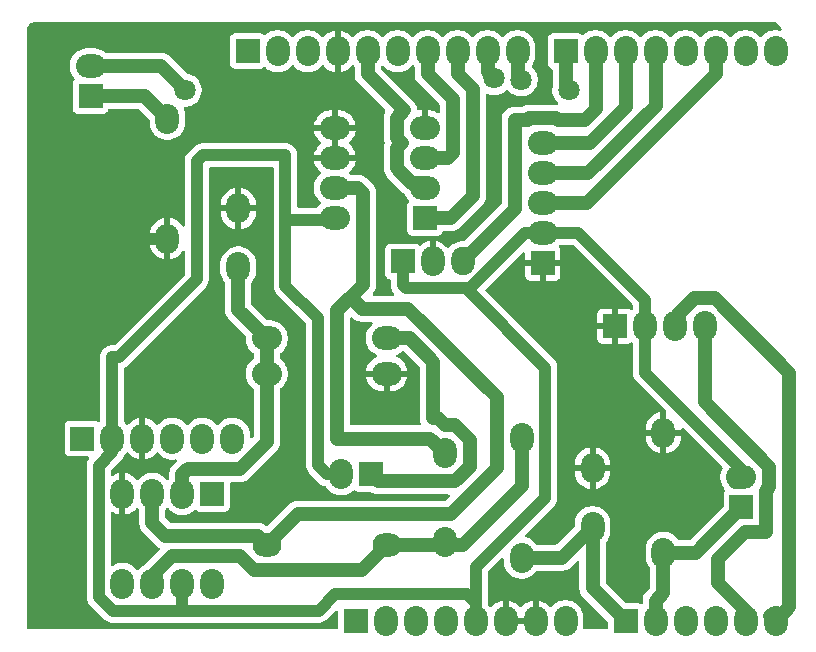
<source format=gbr>
%TF.GenerationSoftware,KiCad,Pcbnew,9.0.0*%
%TF.CreationDate,2025-03-23T22:38:49+01:00*%
%TF.ProjectId,1,312e6b69-6361-4645-9f70-636258585858,rev?*%
%TF.SameCoordinates,Original*%
%TF.FileFunction,Copper,L2,Bot*%
%TF.FilePolarity,Positive*%
%FSLAX46Y46*%
G04 Gerber Fmt 4.6, Leading zero omitted, Abs format (unit mm)*
G04 Created by KiCad (PCBNEW 9.0.0) date 2025-03-23 22:38:49*
%MOMM*%
%LPD*%
G01*
G04 APERTURE LIST*
%TA.AperFunction,ComponentPad*%
%ADD10R,2.000000X2.000000*%
%TD*%
%TA.AperFunction,ComponentPad*%
%ADD11O,2.000000X2.540000*%
%TD*%
%TA.AperFunction,ComponentPad*%
%ADD12O,2.540000X2.000000*%
%TD*%
%TA.AperFunction,ComponentPad*%
%ADD13O,2.000000X2.400000*%
%TD*%
%TA.AperFunction,ComponentPad*%
%ADD14O,2.450000X2.000000*%
%TD*%
%TA.AperFunction,ViaPad*%
%ADD15C,1.800000*%
%TD*%
%TA.AperFunction,Conductor*%
%ADD16C,1.000000*%
%TD*%
%TA.AperFunction,Conductor*%
%ADD17C,1.200000*%
%TD*%
G04 APERTURE END LIST*
D10*
%TO.P,J1,1,Pin_1*%
%TO.N,unconnected-(J1-Pin_1-Pad1)*%
X127940000Y-97460000D03*
D11*
%TO.P,J1,2,Pin_2*%
%TO.N,/IOREF*%
X130480000Y-97460000D03*
%TO.P,J1,3,Pin_3*%
%TO.N,/~{RESET}*%
X133020000Y-97460000D03*
%TO.P,J1,4,Pin_4*%
%TO.N,+3V3*%
X135560000Y-97460000D03*
%TO.P,J1,5,Pin_5*%
%TO.N,+5V*%
X138100000Y-97460000D03*
%TO.P,J1,6,Pin_6*%
%TO.N,GND*%
X140640000Y-97460000D03*
%TO.P,J1,7,Pin_7*%
X143180000Y-97460000D03*
%TO.P,J1,8,Pin_8*%
%TO.N,VCC*%
X145720000Y-97460000D03*
%TD*%
D10*
%TO.P,J3,1,Pin_1*%
%TO.N,AmpliOut*%
X150800000Y-97460000D03*
D11*
%TO.P,J3,2,Pin_2*%
%TO.N,A1*%
X153340000Y-97460000D03*
%TO.P,J3,3,Pin_3*%
%TO.N,/A2*%
X155880000Y-97460000D03*
%TO.P,J3,4,Pin_4*%
%TO.N,/A3*%
X158420000Y-97460000D03*
%TO.P,J3,5,Pin_5*%
%TO.N,A4*%
X160960000Y-97460000D03*
%TO.P,J3,6,Pin_6*%
%TO.N,SCL*%
X163500000Y-97460000D03*
%TD*%
D10*
%TO.P,J2,1,Pin_1*%
%TO.N,SCL*%
X118796000Y-49200000D03*
D11*
%TO.P,J2,2,Pin_2*%
%TO.N,A4*%
X121336000Y-49200000D03*
%TO.P,J2,3,Pin_3*%
%TO.N,/AREF*%
X123876000Y-49200000D03*
%TO.P,J2,4,Pin_4*%
%TO.N,GND*%
X126416000Y-49200000D03*
%TO.P,J2,5,Pin_5*%
%TO.N,SCK*%
X128956000Y-49200000D03*
%TO.P,J2,6,Pin_6*%
%TO.N,/12*%
X131496000Y-49200000D03*
%TO.P,J2,7,Pin_7*%
%TO.N,SI*%
X134036000Y-49200000D03*
%TO.P,J2,8,Pin_8*%
%TO.N,CS*%
X136576000Y-49200000D03*
%TO.P,J2,9,Pin_9*%
%TO.N,/\u002A9*%
X139116000Y-49200000D03*
%TO.P,J2,10,Pin_10*%
%TO.N,RXD*%
X141656000Y-49200000D03*
%TD*%
D10*
%TO.P,J4,1,Pin_1*%
%TO.N,TXD*%
X145720000Y-49200000D03*
D11*
%TO.P,J4,2,Pin_2*%
%TO.N,/\u002A6*%
X148260000Y-49200000D03*
%TO.P,J4,3,Pin_3*%
%TO.N,SW*%
X150800000Y-49200000D03*
%TO.P,J4,4,Pin_4*%
%TO.N,DATA*%
X153340000Y-49200000D03*
%TO.P,J4,5,Pin_5*%
%TO.N,/\u002A3*%
X155880000Y-49200000D03*
%TO.P,J4,6,Pin_6*%
%TO.N,CLK*%
X158420000Y-49200000D03*
%TO.P,J4,7,Pin_7*%
%TO.N,/TX{slash}1*%
X160960000Y-49200000D03*
%TO.P,J4,8,Pin_8*%
%TO.N,/RX{slash}0*%
X163500000Y-49200000D03*
%TD*%
%TO.P,R4,1*%
%TO.N,Net-(C4-Pad1)*%
X142000000Y-81920000D03*
%TO.P,R4,2*%
%TO.N,AmpliOut*%
X142000000Y-92080000D03*
%TD*%
D10*
%TO.P,Potent3,1,CS*%
%TO.N,CS*%
X133810000Y-63310000D03*
D12*
%TO.P,Potent3,2,SCK*%
%TO.N,SCK*%
X133810000Y-60770000D03*
%TO.P,Potent3,3,SI*%
%TO.N,SI*%
X133810000Y-58230000D03*
%TO.P,Potent3,4,VSS*%
%TO.N,GND*%
X133810000Y-55690000D03*
%TO.P,Potent3,5,A*%
X126190000Y-55690000D03*
%TO.P,Potent3,6,W*%
X126190000Y-58230000D03*
%TO.P,Potent3,7,B*%
%TO.N,R2*%
X126190000Y-60770000D03*
%TO.P,Potent3,8,VDD*%
%TO.N,+5V*%
X126190000Y-63310000D03*
%TD*%
D10*
%TO.P,Servo_Moteur1,1,VCC*%
%TO.N,+5V*%
X131920000Y-67000000D03*
D11*
%TO.P,Servo_Moteur1,2,GND*%
%TO.N,GND*%
X134460000Y-67000000D03*
D13*
%TO.P,Servo_Moteur1,3,-3*%
%TO.N,/\u002A6*%
X137000000Y-67000000D03*
%TD*%
D10*
%TO.P,Flex_Sensor1,1,VCC*%
%TO.N,A1*%
X160600000Y-87800000D03*
D12*
%TO.P,Flex_Sensor1,2,A1*%
%TO.N,+5V*%
X160600000Y-85260000D03*
%TD*%
D11*
%TO.P,C1,1*%
%TO.N,GND*%
X118000000Y-62500000D03*
%TO.P,C1,2*%
%TO.N,Net-(LTC1050_1--)*%
X118000000Y-67500000D03*
%TD*%
D14*
%TO.P,R3,1*%
%TO.N,Net-(C4-Pad1)*%
X130580000Y-91000000D03*
%TO.P,R3,2*%
%TO.N,R2*%
X120420000Y-91000000D03*
%TD*%
D12*
%TO.P,R1,1*%
%TO.N,Net-(LTC1050_1--)*%
X120420000Y-76500000D03*
%TO.P,R1,2*%
%TO.N,GND*%
X130580000Y-76500000D03*
%TD*%
D10*
%TO.P,J5,1,Enable*%
%TO.N,unconnected-(J5-Enable-Pad1)*%
X104800000Y-82000000D03*
D11*
%TO.P,J5,2,VCC*%
%TO.N,+5V*%
X107340000Y-82000000D03*
%TO.P,J5,3,GND*%
%TO.N,GND*%
X109880000Y-82000000D03*
%TO.P,J5,4,Tx*%
%TO.N,RXD*%
X112420000Y-82000000D03*
%TO.P,J5,5,Rx*%
%TO.N,TXD*%
X114960000Y-82000000D03*
%TO.P,J5,6,State*%
%TO.N,unconnected-(J5-State-Pad6)*%
X117500000Y-82000000D03*
%TD*%
D10*
%TO.P,U1,1,GND*%
%TO.N,GND*%
X149880000Y-72500000D03*
D11*
%TO.P,U1,2,Vcc*%
%TO.N,+5V*%
X152420000Y-72500000D03*
%TO.P,U1,3,SCL*%
%TO.N,SCL*%
X154960000Y-72500000D03*
%TO.P,U1,4,SDA*%
%TO.N,A4*%
X157500000Y-72500000D03*
%TD*%
D12*
%TO.P,R5,1*%
%TO.N,Net-(Capteur1-Pin_1)*%
X130580000Y-73500000D03*
%TO.P,R5,2*%
%TO.N,Net-(LTC1050_1--)*%
X120420000Y-73500000D03*
%TD*%
D10*
%TO.P,LTC1050_1,1*%
%TO.N,N/C*%
X115810000Y-86690000D03*
D11*
%TO.P,LTC1050_1,2,-*%
%TO.N,Net-(LTC1050_1--)*%
X113270000Y-86690000D03*
%TO.P,LTC1050_1,3,+*%
%TO.N,R2*%
X110730000Y-86690000D03*
%TO.P,LTC1050_1,4,V-*%
%TO.N,GND*%
X108190000Y-86690000D03*
%TO.P,LTC1050_1,5*%
%TO.N,N/C*%
X108190000Y-94310000D03*
%TO.P,LTC1050_1,6*%
%TO.N,Net-(C4-Pad1)*%
X110730000Y-94310000D03*
%TO.P,LTC1050_1,7,V+*%
%TO.N,+5V*%
X113270000Y-94310000D03*
%TO.P,LTC1050_1,8*%
%TO.N,N/C*%
X115810000Y-94310000D03*
%TD*%
D10*
%TO.P,D1,1,K*%
%TO.N,Net-(D1-K)*%
X105500000Y-53000000D03*
D12*
%TO.P,D1,2,A*%
%TO.N,/\u002A9*%
X105500000Y-50460000D03*
%TD*%
D10*
%TO.P,Encodeur1,1,GND*%
%TO.N,GND*%
X143772000Y-67126000D03*
D12*
%TO.P,Encodeur1,2,+*%
%TO.N,+5V*%
X143772000Y-64586000D03*
%TO.P,Encodeur1,3,SW*%
%TO.N,CLK*%
X143772000Y-62046000D03*
%TO.P,Encodeur1,4,DATA*%
%TO.N,DATA*%
X143772000Y-59506000D03*
%TO.P,Encodeur1,5,CLK*%
%TO.N,SW*%
X143772000Y-56966000D03*
%TD*%
D11*
%TO.P,C2,1*%
%TO.N,GND*%
X148000000Y-84500000D03*
%TO.P,C2,2*%
%TO.N,AmpliOut*%
X148000000Y-89500000D03*
%TD*%
%TO.P,C4,1*%
%TO.N,Net-(C4-Pad1)*%
X135500000Y-90750000D03*
%TO.P,C4,2*%
%TO.N,R2*%
X135500000Y-83250000D03*
%TD*%
%TO.P,R6,1*%
%TO.N,Net-(D1-K)*%
X112000000Y-54920000D03*
%TO.P,R6,2*%
%TO.N,GND*%
X112000000Y-65080000D03*
%TD*%
%TO.P,R7,1*%
%TO.N,GND*%
X154000000Y-81500000D03*
%TO.P,R7,2*%
%TO.N,A1*%
X154000000Y-91660000D03*
%TD*%
D10*
%TO.P,Capteur1,1,Pin_1*%
%TO.N,Net-(Capteur1-Pin_1)*%
X129250000Y-85025000D03*
D11*
%TO.P,Capteur1,2,Pin_2*%
%TO.N,+5V*%
X126710000Y-85025000D03*
%TD*%
D15*
%TO.N,RXD*%
X112500000Y-82000000D03*
X141953869Y-51599000D03*
%TO.N,/\u002A9*%
X139656000Y-51500000D03*
X113500000Y-52500000D03*
%TO.N,TXD*%
X115000000Y-82000000D03*
X146000000Y-52500000D03*
%TD*%
D16*
%TO.N,GND*%
X112000000Y-65080000D02*
X110080000Y-65080000D01*
X110080000Y-65080000D02*
X110000000Y-65000000D01*
%TO.N,+5V*%
X152420000Y-70230000D02*
X152420000Y-72500000D01*
X144000000Y-87000000D02*
X144000000Y-76000000D01*
X126000000Y-63500000D02*
X122000000Y-63500000D01*
X141171159Y-89809000D02*
X141191000Y-89809000D01*
X106189000Y-84312000D02*
X107340000Y-83161000D01*
X144000000Y-76000000D02*
X137271000Y-69271000D01*
X107909921Y-75090079D02*
X114500000Y-68500000D01*
X125525000Y-85025000D02*
X124770000Y-84270000D01*
X137625000Y-69271000D02*
X142310000Y-64586000D01*
X124770000Y-84270000D02*
X124770000Y-71816156D01*
X146776000Y-64586000D02*
X152420000Y-70230000D01*
X138100000Y-92900000D02*
X139999000Y-91001000D01*
X106189000Y-95408841D02*
X106189000Y-84312000D01*
X131920000Y-69000000D02*
X131920000Y-67000000D01*
X160600000Y-84600000D02*
X160600000Y-85260000D01*
X107340000Y-75090079D02*
X107909921Y-75090079D01*
X138100000Y-97460000D02*
X138100000Y-95922159D01*
X122000000Y-69046156D02*
X122000000Y-63500000D01*
X152420000Y-72500000D02*
X152420000Y-76420000D01*
X114500000Y-68500000D02*
X114500000Y-58500000D01*
X137625000Y-69271000D02*
X132191000Y-69271000D01*
X114500000Y-58500000D02*
X115000000Y-58000000D01*
X132191000Y-69271000D02*
X131920000Y-69000000D01*
X160061000Y-85799000D02*
X160600000Y-85260000D01*
X142310000Y-64586000D02*
X143772000Y-64586000D01*
X134160841Y-95189000D02*
X134000000Y-95189000D01*
X139999000Y-91001000D02*
X139999000Y-90981159D01*
X134000000Y-95189000D02*
X137366841Y-95189000D01*
X139999000Y-90981159D02*
X141171159Y-89809000D01*
X113270000Y-96580000D02*
X107360159Y-96580000D01*
X124770000Y-71816156D02*
X122000000Y-69046156D01*
X141191000Y-89809000D02*
X144000000Y-87000000D01*
X143772000Y-64586000D02*
X146776000Y-64586000D01*
X137366841Y-95189000D02*
X138100000Y-95922159D01*
X138100000Y-97460000D02*
X138100000Y-92900000D01*
X126209000Y-95189000D02*
X134000000Y-95189000D01*
X113270000Y-94310000D02*
X113270000Y-96580000D01*
X124818000Y-96580000D02*
X126209000Y-95189000D01*
X126190000Y-63310000D02*
X126000000Y-63500000D01*
X152420000Y-76420000D02*
X160600000Y-84600000D01*
X107340000Y-82000000D02*
X107340000Y-75090079D01*
X115000000Y-58000000D02*
X122000000Y-58000000D01*
X107360159Y-96580000D02*
X106189000Y-95408841D01*
X122000000Y-63500000D02*
X122000000Y-58000000D01*
X113270000Y-96580000D02*
X124818000Y-96580000D01*
X126710000Y-85025000D02*
X125525000Y-85025000D01*
X137271000Y-69271000D02*
X132191000Y-69271000D01*
X107340000Y-83161000D02*
X107340000Y-82000000D01*
D17*
%TO.N,Net-(LTC1050_1--)*%
X120420000Y-82321263D02*
X118152263Y-84589000D01*
X113270000Y-85028000D02*
X113270000Y-86690000D01*
X118152263Y-84589000D02*
X113709000Y-84589000D01*
X118000000Y-71080000D02*
X120420000Y-73500000D01*
X120420000Y-76500000D02*
X120420000Y-82321263D01*
X113709000Y-84589000D02*
X113270000Y-85028000D01*
X118000000Y-67500000D02*
X118000000Y-71080000D01*
X120420000Y-76500000D02*
X120420000Y-73500000D01*
%TO.N,R2*%
X127512000Y-70012000D02*
X128561000Y-68963000D01*
X120420000Y-91000000D02*
X119658000Y-90238000D01*
X126371000Y-71153000D02*
X126371000Y-82000000D01*
X134250000Y-82000000D02*
X135500000Y-83250000D01*
X136017840Y-88379000D02*
X139899000Y-84497840D01*
X111808000Y-90238000D02*
X110730000Y-89160000D01*
X126371000Y-71153000D02*
X127512000Y-70012000D01*
X120420000Y-91000000D02*
X123041000Y-88379000D01*
X139899000Y-78483422D02*
X132415578Y-71000000D01*
X110730000Y-89160000D02*
X110730000Y-86690000D01*
X132415578Y-71000000D02*
X128500000Y-71000000D01*
X123041000Y-88379000D02*
X136017840Y-88379000D01*
X128500000Y-71000000D02*
X127512000Y-70012000D01*
X120420000Y-91000000D02*
X120420000Y-90980000D01*
X139899000Y-84497840D02*
X139899000Y-78483422D01*
X128561000Y-68963000D02*
X128561000Y-61211000D01*
X126371000Y-82000000D02*
X134250000Y-82000000D01*
X128120000Y-60770000D02*
X126190000Y-60770000D01*
X128561000Y-61211000D02*
X128120000Y-60770000D01*
X119658000Y-90238000D02*
X111808000Y-90238000D01*
%TO.N,DATA*%
X153340000Y-53804422D02*
X153340000Y-49200000D01*
X143772000Y-59506000D02*
X147638422Y-59506000D01*
X147638422Y-59506000D02*
X153340000Y-53804422D01*
%TO.N,SI*%
X134036000Y-51130000D02*
X134036000Y-49200000D01*
X133810000Y-58230000D02*
X135740000Y-58230000D01*
X136181000Y-57789000D02*
X136181000Y-53275000D01*
X135740000Y-58230000D02*
X136181000Y-57789000D01*
X136181000Y-53275000D02*
X134036000Y-51130000D01*
%TO.N,SCL*%
X164672000Y-76430737D02*
X158370263Y-70129000D01*
X156629737Y-70129000D02*
X154960000Y-71798737D01*
X164672000Y-96288000D02*
X164672000Y-76430737D01*
X163061000Y-97021000D02*
X163500000Y-97460000D01*
X163500000Y-97460000D02*
X164672000Y-96288000D01*
X158370263Y-70129000D02*
X156629737Y-70129000D01*
X154960000Y-71798737D02*
X154960000Y-72500000D01*
%TO.N,SCK*%
X132042368Y-54216369D02*
X131439000Y-54819737D01*
X131439000Y-56560263D02*
X131838737Y-56960000D01*
X133108737Y-60770000D02*
X133810000Y-60770000D01*
X131439000Y-57359737D02*
X131439000Y-59100263D01*
X131838737Y-56960000D02*
X131439000Y-57359737D01*
X129395000Y-49639000D02*
X128956000Y-49200000D01*
X131439000Y-54819737D02*
X131439000Y-56560263D01*
X128956000Y-51130000D02*
X132042368Y-54216369D01*
X131439000Y-59100263D02*
X132669737Y-60331000D01*
X133547737Y-60331000D02*
X133108737Y-60770000D01*
X132669737Y-60331000D02*
X133547737Y-60331000D01*
X128956000Y-49200000D02*
X128956000Y-51130000D01*
%TO.N,CS*%
X133810000Y-63310000D02*
X136010000Y-63310000D01*
X137882000Y-61438000D02*
X137882000Y-52436000D01*
X137882000Y-52436000D02*
X136576000Y-51130000D01*
X136010000Y-63310000D02*
X137882000Y-61438000D01*
X136576000Y-51130000D02*
X136576000Y-49200000D01*
%TO.N,A4*%
X162971000Y-86130263D02*
X162971000Y-84389737D01*
X157500000Y-78918737D02*
X157500000Y-72500000D01*
X160904578Y-89901000D02*
X162701000Y-89901000D01*
X162701000Y-86400263D02*
X162971000Y-86130263D01*
X162701000Y-89901000D02*
X162701000Y-86400263D01*
X158601000Y-94265314D02*
X158601000Y-92204578D01*
X162971000Y-84389737D02*
X157500000Y-78918737D01*
X158601000Y-92204578D02*
X160904578Y-89901000D01*
X160960000Y-96624314D02*
X158601000Y-94265314D01*
X160960000Y-97460000D02*
X160960000Y-96624314D01*
%TO.N,RXD*%
X141656000Y-49200000D02*
X141656000Y-51301131D01*
X141656000Y-51301131D02*
X141953869Y-51599000D01*
X112420000Y-82000000D02*
X112500000Y-82000000D01*
%TO.N,/\u002A9*%
X111460000Y-50460000D02*
X113500000Y-52500000D01*
X105500000Y-50460000D02*
X111460000Y-50460000D01*
X139116000Y-49200000D02*
X139116000Y-50960000D01*
X139116000Y-50960000D02*
X139656000Y-51500000D01*
%TO.N,A1*%
X154000000Y-91660000D02*
X156740000Y-91660000D01*
X154000000Y-95080000D02*
X153340000Y-95740000D01*
X153500000Y-97300000D02*
X153340000Y-97460000D01*
X156740000Y-91660000D02*
X160600000Y-87800000D01*
X153340000Y-95740000D02*
X153340000Y-97460000D01*
X154000000Y-91660000D02*
X154000000Y-95080000D01*
%TO.N,CLK*%
X143772000Y-62046000D02*
X147504000Y-62046000D01*
X147504000Y-62046000D02*
X158420000Y-51130000D01*
X158420000Y-51130000D02*
X158420000Y-49200000D01*
%TO.N,/\u002A6*%
X144912263Y-54865000D02*
X145047263Y-55000000D01*
X142631737Y-54865000D02*
X144912263Y-54865000D01*
X148260000Y-54073266D02*
X148260000Y-49200000D01*
X147333266Y-55000000D02*
X148260000Y-54073266D01*
X145047263Y-55000000D02*
X147333266Y-55000000D01*
X142496737Y-55000000D02*
X142631737Y-54865000D01*
X137000000Y-67000000D02*
X141401000Y-62599000D01*
X141401000Y-62599000D02*
X141401000Y-55000000D01*
X141401000Y-55000000D02*
X142496737Y-55000000D01*
%TO.N,TXD*%
X145720000Y-49200000D02*
X145720000Y-52220000D01*
X145720000Y-52220000D02*
X146000000Y-52500000D01*
X114960000Y-82000000D02*
X115000000Y-82000000D01*
%TO.N,AmpliOut*%
X148000000Y-89500000D02*
X148000000Y-94660000D01*
X142000000Y-92080000D02*
X145420000Y-92080000D01*
X148000000Y-94660000D02*
X150800000Y-97460000D01*
X145420000Y-92080000D02*
X148000000Y-89500000D01*
%TO.N,Net-(C4-Pad1)*%
X128479000Y-93101000D02*
X130580000Y-91000000D01*
X135670000Y-90580000D02*
X135500000Y-90750000D01*
X110730000Y-93608737D02*
X112399737Y-91939000D01*
X135250000Y-91000000D02*
X135500000Y-90750000D01*
X110730000Y-94310000D02*
X110730000Y-93608737D01*
X118162737Y-91939000D02*
X119324737Y-93101000D01*
X142000000Y-81920000D02*
X142000000Y-86000000D01*
X137000000Y-91000000D02*
X130580000Y-91000000D01*
X112399737Y-91939000D02*
X118162737Y-91939000D01*
X130580000Y-91000000D02*
X135250000Y-91000000D01*
X119324737Y-93101000D02*
X128479000Y-93101000D01*
X142000000Y-86000000D02*
X137000000Y-91000000D01*
%TO.N,SW*%
X143772000Y-56966000D02*
X147772844Y-56966000D01*
X147772844Y-56966000D02*
X150800000Y-53938844D01*
X150800000Y-53938844D02*
X150800000Y-49200000D01*
%TO.N,Net-(D1-K)*%
X105500000Y-53000000D02*
X110080000Y-53000000D01*
X110080000Y-53000000D02*
X112000000Y-54920000D01*
%TO.N,Net-(Capteur1-Pin_1)*%
X134500000Y-80299000D02*
X134954577Y-80299000D01*
X134954577Y-80299000D02*
X135534578Y-80879000D01*
X136370263Y-85621000D02*
X134629737Y-85621000D01*
X132510000Y-73500000D02*
X134500000Y-75490000D01*
X137601000Y-84390263D02*
X136370263Y-85621000D01*
X130580000Y-73500000D02*
X132510000Y-73500000D01*
X134629737Y-85621000D02*
X129846000Y-85621000D01*
X135534578Y-80879000D02*
X136370263Y-80879000D01*
X137601000Y-82109737D02*
X137601000Y-84390263D01*
X129846000Y-85621000D02*
X129250000Y-85025000D01*
X136370263Y-80879000D02*
X137601000Y-82109737D01*
X134954577Y-80299000D02*
X134954578Y-80299000D01*
X134500000Y-75490000D02*
X134500000Y-80299000D01*
%TD*%
%TA.AperFunction,Conductor*%
%TO.N,GND*%
G36*
X132852419Y-50410446D02*
G01*
X132866319Y-50426487D01*
X132883730Y-50450452D01*
X132883733Y-50450455D01*
X132885380Y-50452722D01*
X132892670Y-50460012D01*
X132894069Y-50461508D01*
X132908885Y-50490947D01*
X132924666Y-50519846D01*
X132925001Y-50522966D01*
X132925481Y-50523919D01*
X132925294Y-50525690D01*
X132927500Y-50546204D01*
X132927500Y-51217240D01*
X132954795Y-51389577D01*
X133008709Y-51555511D01*
X133008713Y-51555522D01*
X133087926Y-51710982D01*
X133190477Y-51852132D01*
X133190481Y-51852137D01*
X135036181Y-53697837D01*
X135069666Y-53759160D01*
X135072500Y-53785518D01*
X135072500Y-54313627D01*
X135052815Y-54380666D01*
X135000011Y-54426421D01*
X134930853Y-54436365D01*
X134875618Y-54413948D01*
X134866172Y-54407085D01*
X134655802Y-54299897D01*
X134431247Y-54226934D01*
X134431248Y-54226934D01*
X134198052Y-54190000D01*
X134060000Y-54190000D01*
X134060000Y-55256988D01*
X134002993Y-55224075D01*
X133875826Y-55190000D01*
X133744174Y-55190000D01*
X133617007Y-55224075D01*
X133560000Y-55256988D01*
X133560000Y-54190000D01*
X133421947Y-54190000D01*
X133289379Y-54210996D01*
X133220086Y-54202041D01*
X133166634Y-54157045D01*
X133147509Y-54107921D01*
X133141651Y-54070937D01*
X133123573Y-53956795D01*
X133123572Y-53956791D01*
X133123572Y-53956790D01*
X133069656Y-53790854D01*
X133040767Y-53734156D01*
X132990442Y-53635388D01*
X132970907Y-53608500D01*
X132887885Y-53494230D01*
X130100818Y-50707163D01*
X130086115Y-50680236D01*
X130069523Y-50654418D01*
X130068631Y-50648217D01*
X130067334Y-50645841D01*
X130064500Y-50619483D01*
X130064500Y-50585942D01*
X130084185Y-50518903D01*
X130113545Y-50487816D01*
X130113432Y-50487683D01*
X130114671Y-50486624D01*
X130115618Y-50485621D01*
X130117139Y-50484517D01*
X130160052Y-50441604D01*
X130221375Y-50408119D01*
X130291067Y-50413103D01*
X130340723Y-50450276D01*
X130342208Y-50449009D01*
X130345378Y-50452720D01*
X130345379Y-50452721D01*
X130345380Y-50452722D01*
X130513278Y-50620620D01*
X130705373Y-50760185D01*
X130805328Y-50811114D01*
X130916932Y-50867980D01*
X130916934Y-50867980D01*
X130916937Y-50867982D01*
X131037984Y-50907312D01*
X131142758Y-50941356D01*
X131377273Y-50978500D01*
X131377278Y-50978500D01*
X131614727Y-50978500D01*
X131849241Y-50941356D01*
X131874764Y-50933063D01*
X132075063Y-50867982D01*
X132286627Y-50760185D01*
X132478722Y-50620620D01*
X132646620Y-50452722D01*
X132665681Y-50426487D01*
X132721010Y-50383820D01*
X132790624Y-50377840D01*
X132852419Y-50410446D01*
G37*
%TD.AperFunction*%
%TA.AperFunction,Conductor*%
G36*
X163484404Y-46755185D02*
G01*
X163505046Y-46771819D01*
X163989636Y-47256409D01*
X164023121Y-47317732D01*
X164018137Y-47387424D01*
X163976265Y-47443357D01*
X163910801Y-47467774D01*
X163863638Y-47462022D01*
X163853240Y-47458643D01*
X163618727Y-47421500D01*
X163618722Y-47421500D01*
X163381278Y-47421500D01*
X163381273Y-47421500D01*
X163146758Y-47458643D01*
X162920932Y-47532019D01*
X162709372Y-47639815D01*
X162517275Y-47779382D01*
X162349382Y-47947275D01*
X162349375Y-47947284D01*
X162330317Y-47973515D01*
X162274987Y-48016181D01*
X162205374Y-48022159D01*
X162143579Y-47989553D01*
X162129683Y-47973515D01*
X162110624Y-47947284D01*
X162110622Y-47947281D01*
X162110620Y-47947278D01*
X161942722Y-47779380D01*
X161750627Y-47639815D01*
X161539067Y-47532019D01*
X161313241Y-47458643D01*
X161078727Y-47421500D01*
X161078722Y-47421500D01*
X160841278Y-47421500D01*
X160841273Y-47421500D01*
X160606758Y-47458643D01*
X160380932Y-47532019D01*
X160169372Y-47639815D01*
X159977275Y-47779382D01*
X159809382Y-47947275D01*
X159809375Y-47947284D01*
X159790317Y-47973515D01*
X159734987Y-48016181D01*
X159665374Y-48022159D01*
X159603579Y-47989553D01*
X159589683Y-47973515D01*
X159570624Y-47947284D01*
X159570622Y-47947281D01*
X159570620Y-47947278D01*
X159402722Y-47779380D01*
X159210627Y-47639815D01*
X158999067Y-47532019D01*
X158773241Y-47458643D01*
X158538727Y-47421500D01*
X158538722Y-47421500D01*
X158301278Y-47421500D01*
X158301273Y-47421500D01*
X158066758Y-47458643D01*
X157840932Y-47532019D01*
X157629372Y-47639815D01*
X157437275Y-47779382D01*
X157269382Y-47947275D01*
X157269375Y-47947284D01*
X157250317Y-47973515D01*
X157194987Y-48016181D01*
X157125374Y-48022159D01*
X157063579Y-47989553D01*
X157049683Y-47973515D01*
X157030624Y-47947284D01*
X157030622Y-47947281D01*
X157030620Y-47947278D01*
X156862722Y-47779380D01*
X156670627Y-47639815D01*
X156459067Y-47532019D01*
X156233241Y-47458643D01*
X155998727Y-47421500D01*
X155998722Y-47421500D01*
X155761278Y-47421500D01*
X155761273Y-47421500D01*
X155526758Y-47458643D01*
X155300932Y-47532019D01*
X155089372Y-47639815D01*
X154897275Y-47779382D01*
X154729382Y-47947275D01*
X154729375Y-47947284D01*
X154710317Y-47973515D01*
X154654987Y-48016181D01*
X154585374Y-48022159D01*
X154523579Y-47989553D01*
X154509683Y-47973515D01*
X154490624Y-47947284D01*
X154490622Y-47947281D01*
X154490620Y-47947278D01*
X154322722Y-47779380D01*
X154130627Y-47639815D01*
X153919067Y-47532019D01*
X153693241Y-47458643D01*
X153458727Y-47421500D01*
X153458722Y-47421500D01*
X153221278Y-47421500D01*
X153221273Y-47421500D01*
X152986758Y-47458643D01*
X152760932Y-47532019D01*
X152549372Y-47639815D01*
X152357275Y-47779382D01*
X152189382Y-47947275D01*
X152189375Y-47947284D01*
X152170317Y-47973515D01*
X152114987Y-48016181D01*
X152045374Y-48022159D01*
X151983579Y-47989553D01*
X151969683Y-47973515D01*
X151950624Y-47947284D01*
X151950622Y-47947281D01*
X151950620Y-47947278D01*
X151782722Y-47779380D01*
X151590627Y-47639815D01*
X151379067Y-47532019D01*
X151153241Y-47458643D01*
X150918727Y-47421500D01*
X150918722Y-47421500D01*
X150681278Y-47421500D01*
X150681273Y-47421500D01*
X150446758Y-47458643D01*
X150220932Y-47532019D01*
X150009372Y-47639815D01*
X149817275Y-47779382D01*
X149649382Y-47947275D01*
X149649375Y-47947284D01*
X149630317Y-47973515D01*
X149574987Y-48016181D01*
X149505374Y-48022159D01*
X149443579Y-47989553D01*
X149429683Y-47973515D01*
X149410624Y-47947284D01*
X149410622Y-47947281D01*
X149410620Y-47947278D01*
X149242722Y-47779380D01*
X149050627Y-47639815D01*
X148839067Y-47532019D01*
X148613241Y-47458643D01*
X148378727Y-47421500D01*
X148378722Y-47421500D01*
X148141278Y-47421500D01*
X148141273Y-47421500D01*
X147906758Y-47458643D01*
X147680932Y-47532019D01*
X147469369Y-47639817D01*
X147277284Y-47779374D01*
X147277278Y-47779379D01*
X147237387Y-47819269D01*
X147176063Y-47852753D01*
X147106372Y-47847767D01*
X147075401Y-47830855D01*
X146966204Y-47749111D01*
X146829203Y-47698011D01*
X146768654Y-47691500D01*
X146768638Y-47691500D01*
X144671362Y-47691500D01*
X144671345Y-47691500D01*
X144610797Y-47698011D01*
X144610795Y-47698011D01*
X144473795Y-47749111D01*
X144356739Y-47836739D01*
X144269111Y-47953795D01*
X144218011Y-48090795D01*
X144218011Y-48090797D01*
X144211500Y-48151345D01*
X144211500Y-50248654D01*
X144218011Y-50309202D01*
X144218011Y-50309204D01*
X144253207Y-50403564D01*
X144269111Y-50446204D01*
X144356739Y-50563261D01*
X144473796Y-50650889D01*
X144530835Y-50672163D01*
X144586767Y-50714033D01*
X144611184Y-50779498D01*
X144611500Y-50788344D01*
X144611500Y-52253117D01*
X144609972Y-52272515D01*
X144591500Y-52389149D01*
X144591500Y-52610851D01*
X144606893Y-52708038D01*
X144626182Y-52829824D01*
X144694693Y-53040680D01*
X144793441Y-53234482D01*
X144795343Y-53238215D01*
X144925657Y-53417576D01*
X144925659Y-53417578D01*
X145052900Y-53544819D01*
X145086385Y-53606142D01*
X145081401Y-53675834D01*
X145039529Y-53731767D01*
X144974065Y-53756184D01*
X144965219Y-53756500D01*
X142718979Y-53756500D01*
X142544496Y-53756500D01*
X142527702Y-53759160D01*
X142372159Y-53783795D01*
X142206228Y-53837708D01*
X142206220Y-53837711D01*
X142206220Y-53837712D01*
X142127180Y-53877985D01*
X142070887Y-53891500D01*
X141488241Y-53891500D01*
X141313759Y-53891500D01*
X141286850Y-53895762D01*
X141141424Y-53918795D01*
X140975486Y-53972710D01*
X140975483Y-53972711D01*
X140820015Y-54051928D01*
X140678867Y-54154477D01*
X140678862Y-54154481D01*
X140555481Y-54277862D01*
X140555477Y-54277867D01*
X140452928Y-54419015D01*
X140373711Y-54574483D01*
X140373710Y-54574486D01*
X140319795Y-54740424D01*
X140292500Y-54912759D01*
X140292500Y-62088481D01*
X140272815Y-62155520D01*
X140256181Y-62176162D01*
X137177162Y-65255181D01*
X137115839Y-65288666D01*
X137089481Y-65291500D01*
X136881273Y-65291500D01*
X136646758Y-65328643D01*
X136420932Y-65402019D01*
X136209372Y-65509815D01*
X136017275Y-65649382D01*
X135849382Y-65817275D01*
X135846216Y-65820983D01*
X135845027Y-65819967D01*
X135795139Y-65858420D01*
X135725525Y-65864385D01*
X135663736Y-65831767D01*
X135649857Y-65815746D01*
X135604133Y-65752814D01*
X135604133Y-65752813D01*
X135437186Y-65585866D01*
X135246171Y-65447085D01*
X135035802Y-65339897D01*
X134811247Y-65266934D01*
X134710000Y-65250897D01*
X134710000Y-66566988D01*
X134652993Y-66534075D01*
X134525826Y-66500000D01*
X134394174Y-66500000D01*
X134267007Y-66534075D01*
X134210000Y-66566988D01*
X134210000Y-65250897D01*
X134108752Y-65266934D01*
X133884197Y-65339897D01*
X133673825Y-65447087D01*
X133482822Y-65585858D01*
X133482817Y-65585862D01*
X133444264Y-65624415D01*
X133382941Y-65657900D01*
X133313249Y-65652914D01*
X133282276Y-65636001D01*
X133166204Y-65549111D01*
X133157662Y-65545925D01*
X133029203Y-65498011D01*
X132968654Y-65491500D01*
X132968638Y-65491500D01*
X130871362Y-65491500D01*
X130871345Y-65491500D01*
X130810797Y-65498011D01*
X130810795Y-65498011D01*
X130673795Y-65549111D01*
X130556739Y-65636739D01*
X130469111Y-65753795D01*
X130418011Y-65890795D01*
X130418011Y-65890797D01*
X130411500Y-65951345D01*
X130411500Y-68048654D01*
X130418011Y-68109202D01*
X130418011Y-68109204D01*
X130445433Y-68182722D01*
X130469111Y-68246204D01*
X130556739Y-68363261D01*
X130673796Y-68450889D01*
X130810799Y-68501989D01*
X130810803Y-68501989D01*
X130816008Y-68503220D01*
X130876726Y-68537790D01*
X130909116Y-68599698D01*
X130911500Y-68623898D01*
X130911500Y-69099333D01*
X130950254Y-69294161D01*
X130950256Y-69294169D01*
X130991492Y-69393721D01*
X131026277Y-69477701D01*
X131026282Y-69477710D01*
X131136646Y-69642880D01*
X131136649Y-69642884D01*
X131173584Y-69679819D01*
X131207069Y-69741142D01*
X131202085Y-69810834D01*
X131160213Y-69866767D01*
X131094749Y-69891184D01*
X131085903Y-69891500D01*
X129499245Y-69891500D01*
X129432206Y-69871815D01*
X129386451Y-69819011D01*
X129376507Y-69749853D01*
X129403915Y-69689270D01*
X129403654Y-69689081D01*
X129404573Y-69687815D01*
X129404959Y-69686963D01*
X129406511Y-69685144D01*
X129406517Y-69685139D01*
X129509074Y-69543981D01*
X129546497Y-69470534D01*
X129588286Y-69388522D01*
X129588290Y-69388511D01*
X129642204Y-69222577D01*
X129642203Y-69222577D01*
X129642205Y-69222574D01*
X129669500Y-69050241D01*
X129669500Y-68875759D01*
X129669500Y-61123759D01*
X129665408Y-61097926D01*
X129642205Y-60951426D01*
X129623995Y-60895380D01*
X129621892Y-60888907D01*
X129588290Y-60785489D01*
X129588288Y-60785483D01*
X129560856Y-60731646D01*
X129509074Y-60630019D01*
X129495971Y-60611984D01*
X129406522Y-60488867D01*
X129406518Y-60488862D01*
X128842137Y-59924481D01*
X128842132Y-59924477D01*
X128700982Y-59821926D01*
X128545522Y-59742713D01*
X128545511Y-59742709D01*
X128379576Y-59688795D01*
X128379577Y-59688795D01*
X128250324Y-59668323D01*
X128207241Y-59661500D01*
X128207240Y-59661500D01*
X127536204Y-59661500D01*
X127513431Y-59654813D01*
X127489807Y-59652493D01*
X127477258Y-59644191D01*
X127469165Y-59641815D01*
X127459289Y-59634763D01*
X127453629Y-59630287D01*
X127442722Y-59619380D01*
X127407202Y-59593573D01*
X127405224Y-59592009D01*
X127386434Y-59565471D01*
X127366588Y-59539734D01*
X127366363Y-59537124D01*
X127364850Y-59534986D01*
X127363390Y-59502510D01*
X127360609Y-59470121D01*
X127361831Y-59467803D01*
X127361714Y-59465187D01*
X127378045Y-59437074D01*
X127393215Y-59408326D01*
X127396300Y-59405652D01*
X127396812Y-59404772D01*
X127398045Y-59404140D01*
X127409256Y-59394426D01*
X127437182Y-59374137D01*
X127604133Y-59207186D01*
X127742914Y-59016171D01*
X127850102Y-58805802D01*
X127923065Y-58581247D01*
X127939102Y-58480000D01*
X126623012Y-58480000D01*
X126655925Y-58422993D01*
X126690000Y-58295826D01*
X126690000Y-58164174D01*
X126655925Y-58037007D01*
X126623012Y-57980000D01*
X127939102Y-57980000D01*
X127923065Y-57878752D01*
X127850102Y-57654197D01*
X127742914Y-57443828D01*
X127604133Y-57252813D01*
X127437180Y-57085860D01*
X127402024Y-57060319D01*
X127359358Y-57004990D01*
X127353377Y-56935377D01*
X127385982Y-56873581D01*
X127402024Y-56859681D01*
X127437180Y-56834139D01*
X127604133Y-56667186D01*
X127742914Y-56476171D01*
X127850102Y-56265802D01*
X127923065Y-56041247D01*
X127939102Y-55940000D01*
X126623012Y-55940000D01*
X126655925Y-55882993D01*
X126690000Y-55755826D01*
X126690000Y-55624174D01*
X126655925Y-55497007D01*
X126623012Y-55440000D01*
X127939102Y-55440000D01*
X127923065Y-55338752D01*
X127850102Y-55114197D01*
X127742914Y-54903828D01*
X127604133Y-54712813D01*
X127437186Y-54545866D01*
X127246171Y-54407085D01*
X127035802Y-54299897D01*
X126811247Y-54226934D01*
X126811248Y-54226934D01*
X126578052Y-54190000D01*
X126440000Y-54190000D01*
X126440000Y-55256988D01*
X126382993Y-55224075D01*
X126255826Y-55190000D01*
X126124174Y-55190000D01*
X125997007Y-55224075D01*
X125940000Y-55256988D01*
X125940000Y-54190000D01*
X125801948Y-54190000D01*
X125568752Y-54226934D01*
X125344197Y-54299897D01*
X125133828Y-54407085D01*
X124942813Y-54545866D01*
X124775866Y-54712813D01*
X124637085Y-54903828D01*
X124529897Y-55114197D01*
X124456934Y-55338752D01*
X124440898Y-55440000D01*
X125756988Y-55440000D01*
X125724075Y-55497007D01*
X125690000Y-55624174D01*
X125690000Y-55755826D01*
X125724075Y-55882993D01*
X125756988Y-55940000D01*
X124440898Y-55940000D01*
X124456934Y-56041247D01*
X124529897Y-56265802D01*
X124637085Y-56476171D01*
X124775866Y-56667186D01*
X124942813Y-56834133D01*
X124942819Y-56834138D01*
X124977977Y-56859682D01*
X125020643Y-56915012D01*
X125026622Y-56984625D01*
X124994016Y-57046420D01*
X124977977Y-57060318D01*
X124942819Y-57085861D01*
X124942813Y-57085866D01*
X124775866Y-57252813D01*
X124637085Y-57443828D01*
X124529897Y-57654197D01*
X124456934Y-57878752D01*
X124440898Y-57980000D01*
X125756988Y-57980000D01*
X125724075Y-58037007D01*
X125690000Y-58164174D01*
X125690000Y-58295826D01*
X125724075Y-58422993D01*
X125756988Y-58480000D01*
X124440898Y-58480000D01*
X124456934Y-58581247D01*
X124529897Y-58805802D01*
X124637085Y-59016171D01*
X124775866Y-59207186D01*
X124942814Y-59374134D01*
X124970746Y-59394428D01*
X125013411Y-59449759D01*
X125019390Y-59519372D01*
X124986784Y-59581167D01*
X124970747Y-59595063D01*
X124937278Y-59619379D01*
X124769382Y-59787275D01*
X124629815Y-59979372D01*
X124522019Y-60190932D01*
X124448643Y-60416758D01*
X124411500Y-60651272D01*
X124411500Y-60888727D01*
X124448643Y-61123241D01*
X124522019Y-61349067D01*
X124611784Y-61525240D01*
X124629815Y-61560627D01*
X124769380Y-61752722D01*
X124937278Y-61920620D01*
X124937284Y-61920624D01*
X124963515Y-61939683D01*
X125006181Y-61995013D01*
X125012159Y-62064626D01*
X124979553Y-62126421D01*
X124963515Y-62140317D01*
X124937284Y-62159375D01*
X124937275Y-62159382D01*
X124769382Y-62327275D01*
X124769377Y-62327281D01*
X124687203Y-62440385D01*
X124631873Y-62483051D01*
X124586885Y-62491500D01*
X123132500Y-62491500D01*
X123065461Y-62471815D01*
X123019706Y-62419011D01*
X123008500Y-62367500D01*
X123008500Y-57900670D01*
X123008499Y-57900666D01*
X122981329Y-57764075D01*
X122969744Y-57705831D01*
X122893721Y-57522296D01*
X122893720Y-57522295D01*
X122893717Y-57522289D01*
X122783353Y-57357119D01*
X122783350Y-57357115D01*
X122642884Y-57216649D01*
X122642880Y-57216646D01*
X122477710Y-57106282D01*
X122477701Y-57106277D01*
X122294169Y-57030256D01*
X122294161Y-57030254D01*
X122099333Y-56991500D01*
X122099329Y-56991500D01*
X114900671Y-56991500D01*
X114900666Y-56991500D01*
X114705838Y-57030253D01*
X114705838Y-57030254D01*
X114705835Y-57030255D01*
X114705831Y-57030256D01*
X114652075Y-57052522D01*
X114522302Y-57106274D01*
X114522289Y-57106281D01*
X114357119Y-57216645D01*
X114357115Y-57216648D01*
X113919569Y-57654197D01*
X113857119Y-57716647D01*
X113809691Y-57764075D01*
X113716645Y-57857120D01*
X113606282Y-58022289D01*
X113606277Y-58022298D01*
X113530256Y-58205830D01*
X113530254Y-58205838D01*
X113491500Y-58400666D01*
X113491500Y-63929288D01*
X113471815Y-63996327D01*
X113419011Y-64042082D01*
X113349853Y-64052026D01*
X113286297Y-64023001D01*
X113267182Y-64002174D01*
X113144133Y-63832814D01*
X113144133Y-63832813D01*
X112977186Y-63665866D01*
X112786171Y-63527085D01*
X112575802Y-63419897D01*
X112351247Y-63346934D01*
X112250000Y-63330897D01*
X112250000Y-64646988D01*
X112192993Y-64614075D01*
X112065826Y-64580000D01*
X111934174Y-64580000D01*
X111807007Y-64614075D01*
X111750000Y-64646988D01*
X111750000Y-63330897D01*
X111648752Y-63346934D01*
X111424197Y-63419897D01*
X111213828Y-63527085D01*
X111022813Y-63665866D01*
X110855866Y-63832813D01*
X110717085Y-64023828D01*
X110609897Y-64234197D01*
X110536934Y-64458752D01*
X110500000Y-64691947D01*
X110500000Y-64830000D01*
X111566988Y-64830000D01*
X111534075Y-64887007D01*
X111500000Y-65014174D01*
X111500000Y-65145826D01*
X111534075Y-65272993D01*
X111566988Y-65330000D01*
X110500000Y-65330000D01*
X110500000Y-65468052D01*
X110536934Y-65701247D01*
X110609897Y-65925802D01*
X110717085Y-66136171D01*
X110855866Y-66327186D01*
X111022813Y-66494133D01*
X111213828Y-66632914D01*
X111424195Y-66740102D01*
X111648744Y-66813063D01*
X111648750Y-66813065D01*
X111750000Y-66829101D01*
X111750000Y-65513012D01*
X111807007Y-65545925D01*
X111934174Y-65580000D01*
X112065826Y-65580000D01*
X112192993Y-65545925D01*
X112250000Y-65513012D01*
X112250000Y-66829100D01*
X112351249Y-66813065D01*
X112351255Y-66813063D01*
X112575804Y-66740102D01*
X112786171Y-66632914D01*
X112977186Y-66494133D01*
X113144133Y-66327186D01*
X113144138Y-66327180D01*
X113267182Y-66157826D01*
X113322512Y-66115160D01*
X113392125Y-66109181D01*
X113453920Y-66141787D01*
X113488277Y-66202625D01*
X113491500Y-66230711D01*
X113491500Y-68030904D01*
X113471815Y-68097943D01*
X113455181Y-68118585D01*
X107528506Y-74045260D01*
X107467183Y-74078745D01*
X107440825Y-74081579D01*
X107240666Y-74081579D01*
X107045838Y-74120333D01*
X107045830Y-74120335D01*
X106862298Y-74196356D01*
X106862289Y-74196361D01*
X106697119Y-74306725D01*
X106697115Y-74306728D01*
X106556649Y-74447194D01*
X106556646Y-74447198D01*
X106446282Y-74612368D01*
X106446277Y-74612377D01*
X106370256Y-74795909D01*
X106370254Y-74795917D01*
X106331500Y-74990745D01*
X106331500Y-80514960D01*
X106311815Y-80581999D01*
X106259011Y-80627754D01*
X106189853Y-80637698D01*
X106133190Y-80614227D01*
X106046206Y-80549112D01*
X106046206Y-80549111D01*
X105909203Y-80498011D01*
X105848654Y-80491500D01*
X105848638Y-80491500D01*
X103751362Y-80491500D01*
X103751345Y-80491500D01*
X103690797Y-80498011D01*
X103690795Y-80498011D01*
X103553795Y-80549111D01*
X103436739Y-80636739D01*
X103349111Y-80753795D01*
X103298011Y-80890795D01*
X103298011Y-80890797D01*
X103291500Y-80951345D01*
X103291500Y-83048654D01*
X103298011Y-83109202D01*
X103298011Y-83109204D01*
X103335209Y-83208932D01*
X103349111Y-83246204D01*
X103436739Y-83363261D01*
X103553796Y-83450889D01*
X103690799Y-83501989D01*
X103718050Y-83504918D01*
X103751345Y-83508499D01*
X103751362Y-83508500D01*
X105280981Y-83508500D01*
X105348020Y-83528185D01*
X105393775Y-83580989D01*
X105403719Y-83650147D01*
X105384083Y-83701391D01*
X105295282Y-83834289D01*
X105295277Y-83834298D01*
X105219256Y-84017830D01*
X105219254Y-84017838D01*
X105180500Y-84212666D01*
X105180500Y-95508174D01*
X105219254Y-95703002D01*
X105219256Y-95703010D01*
X105272636Y-95831881D01*
X105295277Y-95886542D01*
X105405646Y-96051722D01*
X105405649Y-96051725D01*
X106576806Y-97222881D01*
X106717278Y-97363353D01*
X106717279Y-97363354D01*
X106882448Y-97473717D01*
X106882454Y-97473720D01*
X106882455Y-97473721D01*
X107065990Y-97549744D01*
X107260825Y-97588499D01*
X107260829Y-97588500D01*
X107260830Y-97588500D01*
X124917330Y-97588500D01*
X124917331Y-97588499D01*
X125112169Y-97549744D01*
X125295704Y-97473721D01*
X125460881Y-97363353D01*
X125601353Y-97222881D01*
X126219819Y-96604413D01*
X126281142Y-96570929D01*
X126350833Y-96575913D01*
X126406767Y-96617784D01*
X126431184Y-96683249D01*
X126431500Y-96692095D01*
X126431500Y-98030500D01*
X126411815Y-98097539D01*
X126359011Y-98143294D01*
X126307500Y-98154500D01*
X100199500Y-98154500D01*
X100132461Y-98134815D01*
X100086706Y-98082011D01*
X100075500Y-98030500D01*
X100075500Y-50341272D01*
X103721500Y-50341272D01*
X103721500Y-50578727D01*
X103758643Y-50813241D01*
X103832019Y-51039067D01*
X103939815Y-51250627D01*
X104079380Y-51442722D01*
X104079382Y-51442724D01*
X104119267Y-51482609D01*
X104152752Y-51543932D01*
X104147768Y-51613624D01*
X104130853Y-51644600D01*
X104049112Y-51753793D01*
X104049111Y-51753793D01*
X103998011Y-51890795D01*
X103998011Y-51890797D01*
X103991500Y-51951345D01*
X103991500Y-54048654D01*
X103998011Y-54109202D01*
X103998011Y-54109204D01*
X104043919Y-54232284D01*
X104049111Y-54246204D01*
X104136739Y-54363261D01*
X104253796Y-54450889D01*
X104390799Y-54501989D01*
X104418050Y-54504918D01*
X104451345Y-54508499D01*
X104451362Y-54508500D01*
X106548638Y-54508500D01*
X106548654Y-54508499D01*
X106575692Y-54505591D01*
X106609201Y-54501989D01*
X106746204Y-54450889D01*
X106863261Y-54363261D01*
X106950889Y-54246204D01*
X106967395Y-54201950D01*
X106972164Y-54189165D01*
X107014036Y-54133232D01*
X107079500Y-54108816D01*
X107088345Y-54108500D01*
X109569482Y-54108500D01*
X109636521Y-54128185D01*
X109657163Y-54144819D01*
X110455181Y-54942837D01*
X110488666Y-55004160D01*
X110491500Y-55030518D01*
X110491500Y-55308727D01*
X110528643Y-55543241D01*
X110602019Y-55769067D01*
X110709815Y-55980627D01*
X110849380Y-56172722D01*
X111017278Y-56340620D01*
X111209373Y-56480185D01*
X111309328Y-56531114D01*
X111420932Y-56587980D01*
X111420934Y-56587980D01*
X111420937Y-56587982D01*
X111541984Y-56627312D01*
X111646758Y-56661356D01*
X111881273Y-56698500D01*
X111881278Y-56698500D01*
X112118727Y-56698500D01*
X112353241Y-56661356D01*
X112395876Y-56647503D01*
X112579063Y-56587982D01*
X112790627Y-56480185D01*
X112982722Y-56340620D01*
X113150620Y-56172722D01*
X113290185Y-55980627D01*
X113358455Y-55846640D01*
X113397979Y-55769070D01*
X113397979Y-55769066D01*
X113397982Y-55769063D01*
X113471356Y-55543241D01*
X113503744Y-55338752D01*
X113508500Y-55308727D01*
X113508500Y-54531272D01*
X113471356Y-54296758D01*
X113436668Y-54190000D01*
X113397982Y-54070937D01*
X113397980Y-54070933D01*
X113397943Y-54070819D01*
X113395948Y-54000977D01*
X113432028Y-53941144D01*
X113494729Y-53910316D01*
X113515874Y-53908500D01*
X113610850Y-53908500D01*
X113610851Y-53908500D01*
X113829824Y-53873818D01*
X114040676Y-53805308D01*
X114238215Y-53704657D01*
X114417576Y-53574343D01*
X114574343Y-53417576D01*
X114704657Y-53238215D01*
X114805308Y-53040676D01*
X114873818Y-52829824D01*
X114908500Y-52610851D01*
X114908500Y-52389149D01*
X114873818Y-52170176D01*
X114805308Y-51959324D01*
X114805306Y-51959321D01*
X114805306Y-51959319D01*
X114704656Y-51761784D01*
X114574343Y-51582424D01*
X114417576Y-51425657D01*
X114238215Y-51295343D01*
X114040676Y-51194692D01*
X113829824Y-51126182D01*
X113829821Y-51126181D01*
X113829822Y-51126181D01*
X113708038Y-51106892D01*
X113644904Y-51076962D01*
X113639756Y-51072100D01*
X112182137Y-49614481D01*
X112182132Y-49614477D01*
X112040982Y-49511926D01*
X111885522Y-49432713D01*
X111885511Y-49432709D01*
X111719576Y-49378795D01*
X111719577Y-49378795D01*
X111590324Y-49358323D01*
X111547241Y-49351500D01*
X111547240Y-49351500D01*
X106846204Y-49351500D01*
X106779165Y-49331815D01*
X106758523Y-49315181D01*
X106752724Y-49309382D01*
X106752722Y-49309380D01*
X106560627Y-49169815D01*
X106349067Y-49062019D01*
X106123241Y-48988643D01*
X105888727Y-48951500D01*
X105888722Y-48951500D01*
X105111278Y-48951500D01*
X105111273Y-48951500D01*
X104876758Y-48988643D01*
X104650932Y-49062019D01*
X104439372Y-49169815D01*
X104247275Y-49309382D01*
X104079382Y-49477275D01*
X103939815Y-49669372D01*
X103832019Y-49880932D01*
X103758643Y-50106758D01*
X103721500Y-50341272D01*
X100075500Y-50341272D01*
X100075500Y-48151345D01*
X117287500Y-48151345D01*
X117287500Y-50248654D01*
X117294011Y-50309202D01*
X117294011Y-50309204D01*
X117329207Y-50403564D01*
X117345111Y-50446204D01*
X117432739Y-50563261D01*
X117549796Y-50650889D01*
X117686799Y-50701989D01*
X117714050Y-50704918D01*
X117747345Y-50708499D01*
X117747362Y-50708500D01*
X119844638Y-50708500D01*
X119844654Y-50708499D01*
X119871692Y-50705591D01*
X119905201Y-50701989D01*
X120042204Y-50650889D01*
X120151401Y-50569144D01*
X120216862Y-50544729D01*
X120285135Y-50559580D01*
X120313390Y-50580732D01*
X120353278Y-50620620D01*
X120545373Y-50760185D01*
X120645328Y-50811114D01*
X120756932Y-50867980D01*
X120756934Y-50867980D01*
X120756937Y-50867982D01*
X120877984Y-50907312D01*
X120982758Y-50941356D01*
X121217273Y-50978500D01*
X121217278Y-50978500D01*
X121454727Y-50978500D01*
X121689241Y-50941356D01*
X121714764Y-50933063D01*
X121915063Y-50867982D01*
X122126627Y-50760185D01*
X122318722Y-50620620D01*
X122486620Y-50452722D01*
X122505681Y-50426487D01*
X122561010Y-50383820D01*
X122630624Y-50377840D01*
X122692419Y-50410446D01*
X122706319Y-50426487D01*
X122725376Y-50452718D01*
X122725379Y-50452721D01*
X122725380Y-50452722D01*
X122893278Y-50620620D01*
X123085373Y-50760185D01*
X123185328Y-50811114D01*
X123296932Y-50867980D01*
X123296934Y-50867980D01*
X123296937Y-50867982D01*
X123417984Y-50907312D01*
X123522758Y-50941356D01*
X123757273Y-50978500D01*
X123757278Y-50978500D01*
X123994727Y-50978500D01*
X124229241Y-50941356D01*
X124254764Y-50933063D01*
X124455063Y-50867982D01*
X124666627Y-50760185D01*
X124858722Y-50620620D01*
X125026620Y-50452722D01*
X125050935Y-50419253D01*
X125106261Y-50376589D01*
X125175874Y-50370608D01*
X125237670Y-50403212D01*
X125251570Y-50419252D01*
X125271863Y-50447183D01*
X125438813Y-50614133D01*
X125629828Y-50752914D01*
X125840195Y-50860102D01*
X126064744Y-50933063D01*
X126064750Y-50933065D01*
X126166000Y-50949101D01*
X126166000Y-49633012D01*
X126223007Y-49665925D01*
X126350174Y-49700000D01*
X126481826Y-49700000D01*
X126608993Y-49665925D01*
X126666000Y-49633012D01*
X126666000Y-50949100D01*
X126767249Y-50933065D01*
X126767255Y-50933063D01*
X126991804Y-50860102D01*
X127202171Y-50752914D01*
X127393186Y-50614133D01*
X127560137Y-50447182D01*
X127580426Y-50419256D01*
X127600774Y-50403564D01*
X127618456Y-50384920D01*
X127627984Y-50382581D01*
X127635755Y-50376589D01*
X127661357Y-50374389D01*
X127686312Y-50368264D01*
X127695592Y-50371447D01*
X127705368Y-50370608D01*
X127728096Y-50382599D01*
X127752400Y-50390938D01*
X127762143Y-50400563D01*
X127767164Y-50403212D01*
X127778009Y-50415224D01*
X127779573Y-50417202D01*
X127805380Y-50452722D01*
X127816287Y-50463629D01*
X127820763Y-50469289D01*
X127831243Y-50495264D01*
X127844666Y-50519846D01*
X127845939Y-50531687D01*
X127846906Y-50534084D01*
X127846453Y-50536468D01*
X127847500Y-50546204D01*
X127847500Y-51217240D01*
X127874795Y-51389577D01*
X127928709Y-51555511D01*
X127928713Y-51555522D01*
X128007926Y-51710982D01*
X128110477Y-51852132D01*
X128110481Y-51852137D01*
X130429305Y-54170961D01*
X130438573Y-54187934D01*
X130451906Y-54201950D01*
X130454974Y-54217970D01*
X130462790Y-54232284D01*
X130461410Y-54251574D01*
X130465049Y-54270573D01*
X130458428Y-54293270D01*
X130457806Y-54301976D01*
X130456688Y-54304862D01*
X130454621Y-54310006D01*
X130411712Y-54394220D01*
X130374581Y-54508500D01*
X130373282Y-54512498D01*
X130357794Y-54560164D01*
X130330500Y-54732496D01*
X130330500Y-56647503D01*
X130357795Y-56819840D01*
X130390885Y-56921684D01*
X130392880Y-56991526D01*
X130390885Y-56998318D01*
X130357795Y-57100159D01*
X130330500Y-57272496D01*
X130330500Y-59187503D01*
X130357795Y-59359840D01*
X130411709Y-59525774D01*
X130411713Y-59525785D01*
X130490926Y-59681245D01*
X130593477Y-59822395D01*
X130593481Y-59822400D01*
X131947599Y-61176518D01*
X131947604Y-61176522D01*
X132092697Y-61281938D01*
X132091916Y-61283012D01*
X132134729Y-61330324D01*
X132141000Y-61345929D01*
X132142018Y-61349063D01*
X132249813Y-61560625D01*
X132317797Y-61654197D01*
X132389380Y-61752722D01*
X132389382Y-61752724D01*
X132429267Y-61792609D01*
X132462752Y-61853932D01*
X132457768Y-61923624D01*
X132440853Y-61954600D01*
X132359112Y-62063793D01*
X132359111Y-62063793D01*
X132308011Y-62200795D01*
X132308011Y-62200797D01*
X132301500Y-62261345D01*
X132301500Y-64358654D01*
X132308011Y-64419202D01*
X132308011Y-64419204D01*
X132337836Y-64499165D01*
X132359111Y-64556204D01*
X132446739Y-64673261D01*
X132563796Y-64760889D01*
X132700799Y-64811989D01*
X132728050Y-64814918D01*
X132761345Y-64818499D01*
X132761362Y-64818500D01*
X134858638Y-64818500D01*
X134858654Y-64818499D01*
X134885692Y-64815591D01*
X134919201Y-64811989D01*
X135056204Y-64760889D01*
X135173261Y-64673261D01*
X135260889Y-64556204D01*
X135282164Y-64499165D01*
X135324036Y-64443232D01*
X135389500Y-64418816D01*
X135398345Y-64418500D01*
X136097240Y-64418500D01*
X136097241Y-64418500D01*
X136269574Y-64391205D01*
X136435517Y-64337288D01*
X136435518Y-64337287D01*
X136435522Y-64337286D01*
X136517534Y-64295497D01*
X136590981Y-64258074D01*
X136732139Y-64155517D01*
X138727517Y-62160139D01*
X138830074Y-62018981D01*
X138880194Y-61920617D01*
X138909286Y-61863522D01*
X138909290Y-61863511D01*
X138963204Y-61697577D01*
X138963203Y-61697577D01*
X138963205Y-61697574D01*
X138990500Y-61525241D01*
X138990500Y-61350758D01*
X138990500Y-52935421D01*
X139010185Y-52868382D01*
X139062989Y-52822627D01*
X139132147Y-52812683D01*
X139152809Y-52817487D01*
X139326176Y-52873818D01*
X139545149Y-52908500D01*
X139545150Y-52908500D01*
X139766850Y-52908500D01*
X139766851Y-52908500D01*
X139985824Y-52873818D01*
X140196676Y-52805308D01*
X140394215Y-52704657D01*
X140573576Y-52574343D01*
X140672430Y-52475488D01*
X140733749Y-52442006D01*
X140803441Y-52446990D01*
X140859375Y-52488861D01*
X140860409Y-52490264D01*
X140879526Y-52516576D01*
X141036293Y-52673343D01*
X141215654Y-52803657D01*
X141252885Y-52822627D01*
X141413188Y-52904306D01*
X141413190Y-52904306D01*
X141413193Y-52904308D01*
X141624045Y-52972818D01*
X141843018Y-53007500D01*
X141843019Y-53007500D01*
X142064719Y-53007500D01*
X142064720Y-53007500D01*
X142283693Y-52972818D01*
X142494545Y-52904308D01*
X142692084Y-52803657D01*
X142871445Y-52673343D01*
X143028212Y-52516576D01*
X143158526Y-52337215D01*
X143259177Y-52139676D01*
X143327687Y-51928824D01*
X143362369Y-51709851D01*
X143362369Y-51488149D01*
X143327687Y-51269176D01*
X143259177Y-51058324D01*
X143259175Y-51058321D01*
X143259175Y-51058319D01*
X143158525Y-50860784D01*
X143028212Y-50681424D01*
X142878515Y-50531727D01*
X142845030Y-50470404D01*
X142850014Y-50400712D01*
X142865878Y-50371161D01*
X142922830Y-50292772D01*
X142946185Y-50260627D01*
X143053982Y-50049063D01*
X143127356Y-49823241D01*
X143164500Y-49588727D01*
X143164500Y-48811272D01*
X143127356Y-48576758D01*
X143053980Y-48350932D01*
X142997114Y-48239328D01*
X142946185Y-48139373D01*
X142806620Y-47947278D01*
X142638722Y-47779380D01*
X142446627Y-47639815D01*
X142235067Y-47532019D01*
X142009241Y-47458643D01*
X141774727Y-47421500D01*
X141774722Y-47421500D01*
X141537278Y-47421500D01*
X141537273Y-47421500D01*
X141302758Y-47458643D01*
X141076932Y-47532019D01*
X140865372Y-47639815D01*
X140673275Y-47779382D01*
X140505382Y-47947275D01*
X140505375Y-47947284D01*
X140486317Y-47973515D01*
X140430987Y-48016181D01*
X140361374Y-48022159D01*
X140299579Y-47989553D01*
X140285683Y-47973515D01*
X140266624Y-47947284D01*
X140266622Y-47947281D01*
X140266620Y-47947278D01*
X140098722Y-47779380D01*
X139906627Y-47639815D01*
X139695067Y-47532019D01*
X139469241Y-47458643D01*
X139234727Y-47421500D01*
X139234722Y-47421500D01*
X138997278Y-47421500D01*
X138997273Y-47421500D01*
X138762758Y-47458643D01*
X138536932Y-47532019D01*
X138325372Y-47639815D01*
X138133275Y-47779382D01*
X137965382Y-47947275D01*
X137965375Y-47947284D01*
X137946317Y-47973515D01*
X137890987Y-48016181D01*
X137821374Y-48022159D01*
X137759579Y-47989553D01*
X137745683Y-47973515D01*
X137726624Y-47947284D01*
X137726622Y-47947281D01*
X137726620Y-47947278D01*
X137558722Y-47779380D01*
X137366627Y-47639815D01*
X137155067Y-47532019D01*
X136929241Y-47458643D01*
X136694727Y-47421500D01*
X136694722Y-47421500D01*
X136457278Y-47421500D01*
X136457273Y-47421500D01*
X136222758Y-47458643D01*
X135996932Y-47532019D01*
X135785372Y-47639815D01*
X135593275Y-47779382D01*
X135425382Y-47947275D01*
X135425375Y-47947284D01*
X135406317Y-47973515D01*
X135350987Y-48016181D01*
X135281374Y-48022159D01*
X135219579Y-47989553D01*
X135205683Y-47973515D01*
X135186624Y-47947284D01*
X135186622Y-47947281D01*
X135186620Y-47947278D01*
X135018722Y-47779380D01*
X134826627Y-47639815D01*
X134615067Y-47532019D01*
X134389241Y-47458643D01*
X134154727Y-47421500D01*
X134154722Y-47421500D01*
X133917278Y-47421500D01*
X133917273Y-47421500D01*
X133682758Y-47458643D01*
X133456932Y-47532019D01*
X133245372Y-47639815D01*
X133053275Y-47779382D01*
X132885382Y-47947275D01*
X132885375Y-47947284D01*
X132866317Y-47973515D01*
X132810987Y-48016181D01*
X132741374Y-48022159D01*
X132679579Y-47989553D01*
X132665683Y-47973515D01*
X132646624Y-47947284D01*
X132646622Y-47947281D01*
X132646620Y-47947278D01*
X132478722Y-47779380D01*
X132286627Y-47639815D01*
X132075067Y-47532019D01*
X131849241Y-47458643D01*
X131614727Y-47421500D01*
X131614722Y-47421500D01*
X131377278Y-47421500D01*
X131377273Y-47421500D01*
X131142758Y-47458643D01*
X130916932Y-47532019D01*
X130705372Y-47639815D01*
X130513275Y-47779382D01*
X130345382Y-47947275D01*
X130345375Y-47947284D01*
X130326317Y-47973515D01*
X130270987Y-48016181D01*
X130201374Y-48022159D01*
X130139579Y-47989553D01*
X130125683Y-47973515D01*
X130106624Y-47947284D01*
X130106622Y-47947281D01*
X130106620Y-47947278D01*
X129938722Y-47779380D01*
X129746627Y-47639815D01*
X129535067Y-47532019D01*
X129309241Y-47458643D01*
X129074727Y-47421500D01*
X129074722Y-47421500D01*
X128837278Y-47421500D01*
X128837273Y-47421500D01*
X128602758Y-47458643D01*
X128376932Y-47532019D01*
X128165372Y-47639815D01*
X127973275Y-47779382D01*
X127805379Y-47947278D01*
X127781063Y-47980747D01*
X127725733Y-48023412D01*
X127656119Y-48029390D01*
X127594325Y-47996783D01*
X127580428Y-47980746D01*
X127560134Y-47952814D01*
X127393186Y-47785866D01*
X127202171Y-47647085D01*
X126991802Y-47539897D01*
X126767247Y-47466934D01*
X126666000Y-47450897D01*
X126666000Y-48766988D01*
X126608993Y-48734075D01*
X126481826Y-48700000D01*
X126350174Y-48700000D01*
X126223007Y-48734075D01*
X126166000Y-48766988D01*
X126166000Y-47450897D01*
X126064752Y-47466934D01*
X125840197Y-47539897D01*
X125629828Y-47647085D01*
X125438813Y-47785866D01*
X125271866Y-47952813D01*
X125271861Y-47952819D01*
X125251569Y-47980748D01*
X125196238Y-48023412D01*
X125126624Y-48029390D01*
X125064830Y-47996782D01*
X125050935Y-47980745D01*
X125045682Y-47973515D01*
X125026620Y-47947278D01*
X124858722Y-47779380D01*
X124666627Y-47639815D01*
X124455067Y-47532019D01*
X124229241Y-47458643D01*
X123994727Y-47421500D01*
X123994722Y-47421500D01*
X123757278Y-47421500D01*
X123757273Y-47421500D01*
X123522758Y-47458643D01*
X123296932Y-47532019D01*
X123085372Y-47639815D01*
X122893275Y-47779382D01*
X122725382Y-47947275D01*
X122725375Y-47947284D01*
X122706317Y-47973515D01*
X122650987Y-48016181D01*
X122581374Y-48022159D01*
X122519579Y-47989553D01*
X122505683Y-47973515D01*
X122486624Y-47947284D01*
X122486622Y-47947281D01*
X122486620Y-47947278D01*
X122318722Y-47779380D01*
X122126627Y-47639815D01*
X121915067Y-47532019D01*
X121689241Y-47458643D01*
X121454727Y-47421500D01*
X121454722Y-47421500D01*
X121217278Y-47421500D01*
X121217273Y-47421500D01*
X120982758Y-47458643D01*
X120756932Y-47532019D01*
X120545369Y-47639817D01*
X120353284Y-47779374D01*
X120353278Y-47779379D01*
X120313387Y-47819269D01*
X120252063Y-47852753D01*
X120182372Y-47847767D01*
X120151401Y-47830855D01*
X120042204Y-47749111D01*
X119905203Y-47698011D01*
X119844654Y-47691500D01*
X119844638Y-47691500D01*
X117747362Y-47691500D01*
X117747345Y-47691500D01*
X117686797Y-47698011D01*
X117686795Y-47698011D01*
X117549795Y-47749111D01*
X117432739Y-47836739D01*
X117345111Y-47953795D01*
X117294011Y-48090795D01*
X117294011Y-48090797D01*
X117287500Y-48151345D01*
X100075500Y-48151345D01*
X100075500Y-47428092D01*
X100076097Y-47415938D01*
X100083624Y-47339513D01*
X100087494Y-47300220D01*
X100092234Y-47276389D01*
X100124216Y-47170959D01*
X100133508Y-47148526D01*
X100185442Y-47051365D01*
X100198938Y-47031166D01*
X100268827Y-46946006D01*
X100286006Y-46928827D01*
X100371166Y-46858938D01*
X100391365Y-46845442D01*
X100488526Y-46793508D01*
X100510959Y-46784216D01*
X100616389Y-46752234D01*
X100640220Y-46747494D01*
X100755939Y-46736097D01*
X100768093Y-46735500D01*
X100786531Y-46735500D01*
X163417365Y-46735500D01*
X163484404Y-46755185D01*
G37*
%TD.AperFunction*%
%TA.AperFunction,Conductor*%
G36*
X140890000Y-98030500D02*
G01*
X140870315Y-98097539D01*
X140817511Y-98143294D01*
X140766000Y-98154500D01*
X140514000Y-98154500D01*
X140446961Y-98134815D01*
X140401206Y-98082011D01*
X140390000Y-98030500D01*
X140390000Y-97893012D01*
X140447007Y-97925925D01*
X140574174Y-97960000D01*
X140705826Y-97960000D01*
X140832993Y-97925925D01*
X140890000Y-97893012D01*
X140890000Y-98030500D01*
G37*
%TD.AperFunction*%
%TA.AperFunction,Conductor*%
G36*
X143430000Y-98030500D02*
G01*
X143410315Y-98097539D01*
X143357511Y-98143294D01*
X143306000Y-98154500D01*
X143054000Y-98154500D01*
X142986961Y-98134815D01*
X142941206Y-98082011D01*
X142930000Y-98030500D01*
X142930000Y-97893012D01*
X142987007Y-97925925D01*
X143114174Y-97960000D01*
X143245826Y-97960000D01*
X143372993Y-97925925D01*
X143430000Y-97893012D01*
X143430000Y-98030500D01*
G37*
%TD.AperFunction*%
%TA.AperFunction,Conductor*%
G36*
X140410834Y-92117914D02*
G01*
X140466767Y-92159786D01*
X140491184Y-92225250D01*
X140491500Y-92234096D01*
X140491500Y-92468727D01*
X140528643Y-92703241D01*
X140602019Y-92929067D01*
X140680715Y-93083515D01*
X140709815Y-93140627D01*
X140849380Y-93332722D01*
X141017278Y-93500620D01*
X141209373Y-93640185D01*
X141300778Y-93686758D01*
X141420932Y-93747980D01*
X141420934Y-93747980D01*
X141420937Y-93747982D01*
X141523030Y-93781154D01*
X141646758Y-93821356D01*
X141881273Y-93858500D01*
X141881278Y-93858500D01*
X142118727Y-93858500D01*
X142353241Y-93821356D01*
X142357377Y-93820012D01*
X142579063Y-93747982D01*
X142790627Y-93640185D01*
X142982722Y-93500620D01*
X143150620Y-93332722D01*
X143218267Y-93239613D01*
X143273595Y-93196949D01*
X143318584Y-93188500D01*
X145507240Y-93188500D01*
X145507241Y-93188500D01*
X145679574Y-93161205D01*
X145787369Y-93126181D01*
X145845511Y-93107290D01*
X145845522Y-93107286D01*
X145943666Y-93057278D01*
X146000981Y-93028074D01*
X146142139Y-92925517D01*
X146679819Y-92387837D01*
X146741142Y-92354352D01*
X146810834Y-92359336D01*
X146866767Y-92401208D01*
X146891184Y-92466672D01*
X146891500Y-92475518D01*
X146891500Y-94747240D01*
X146918795Y-94919577D01*
X146972709Y-95085511D01*
X146972713Y-95085522D01*
X147051926Y-95240982D01*
X147154477Y-95382132D01*
X147154481Y-95382137D01*
X149255181Y-97482837D01*
X149288666Y-97544160D01*
X149291500Y-97570518D01*
X149291500Y-98030500D01*
X149271815Y-98097539D01*
X149219011Y-98143294D01*
X149167500Y-98154500D01*
X147325255Y-98154500D01*
X147258216Y-98134815D01*
X147212461Y-98082011D01*
X147202517Y-98012853D01*
X147202782Y-98011102D01*
X147228500Y-97848727D01*
X147228500Y-97071272D01*
X147191356Y-96836758D01*
X147144352Y-96692095D01*
X147117982Y-96610937D01*
X147117980Y-96610934D01*
X147117980Y-96610932D01*
X147056492Y-96490256D01*
X147010185Y-96399373D01*
X146870620Y-96207278D01*
X146702722Y-96039380D01*
X146510627Y-95899815D01*
X146484577Y-95886542D01*
X146299067Y-95792019D01*
X146073241Y-95718643D01*
X145838727Y-95681500D01*
X145838722Y-95681500D01*
X145601278Y-95681500D01*
X145601273Y-95681500D01*
X145366758Y-95718643D01*
X145140932Y-95792019D01*
X144929372Y-95899815D01*
X144737275Y-96039382D01*
X144569379Y-96207278D01*
X144545063Y-96240747D01*
X144489733Y-96283412D01*
X144420119Y-96289390D01*
X144358325Y-96256783D01*
X144344428Y-96240746D01*
X144324134Y-96212814D01*
X144157186Y-96045866D01*
X143966171Y-95907085D01*
X143755802Y-95799897D01*
X143531247Y-95726934D01*
X143430000Y-95710897D01*
X143430000Y-97026988D01*
X143372993Y-96994075D01*
X143245826Y-96960000D01*
X143114174Y-96960000D01*
X142987007Y-96994075D01*
X142930000Y-97026988D01*
X142930000Y-95710897D01*
X142828752Y-95726934D01*
X142604197Y-95799897D01*
X142393828Y-95907085D01*
X142202813Y-96045866D01*
X142035866Y-96212813D01*
X142035861Y-96212819D01*
X142010318Y-96247977D01*
X141954988Y-96290643D01*
X141885375Y-96296622D01*
X141823580Y-96264016D01*
X141809682Y-96247977D01*
X141784138Y-96212819D01*
X141784133Y-96212813D01*
X141617186Y-96045866D01*
X141426171Y-95907085D01*
X141215802Y-95799897D01*
X140991247Y-95726934D01*
X140890000Y-95710897D01*
X140890000Y-97026988D01*
X140832993Y-96994075D01*
X140705826Y-96960000D01*
X140574174Y-96960000D01*
X140447007Y-96994075D01*
X140390000Y-97026988D01*
X140390000Y-95710897D01*
X140288752Y-95726934D01*
X140064197Y-95799897D01*
X139853828Y-95907085D01*
X139662813Y-96045866D01*
X139495866Y-96212813D01*
X139495861Y-96212819D01*
X139475569Y-96240748D01*
X139458941Y-96253568D01*
X139445729Y-96269885D01*
X139431829Y-96274474D01*
X139420238Y-96283412D01*
X139399319Y-96285208D01*
X139379383Y-96291791D01*
X139365209Y-96288137D01*
X139350624Y-96289390D01*
X139332052Y-96279590D01*
X139311725Y-96274350D01*
X139297501Y-96261357D01*
X139288830Y-96256782D01*
X139284296Y-96252139D01*
X139279281Y-96246727D01*
X139250620Y-96207278D01*
X139143133Y-96099791D01*
X139141543Y-96098075D01*
X139126983Y-96068814D01*
X139111334Y-96040154D01*
X139110951Y-96036592D01*
X139110418Y-96035521D01*
X139110629Y-96033599D01*
X139108500Y-96013796D01*
X139108500Y-93369096D01*
X139128185Y-93302057D01*
X139144819Y-93281415D01*
X140279819Y-92146415D01*
X140341142Y-92112930D01*
X140410834Y-92117914D01*
G37*
%TD.AperFunction*%
%TA.AperFunction,Conductor*%
G36*
X142714075Y-97267007D02*
G01*
X142680000Y-97394174D01*
X142680000Y-97525826D01*
X142714075Y-97652993D01*
X142746988Y-97710000D01*
X141073012Y-97710000D01*
X141105925Y-97652993D01*
X141140000Y-97525826D01*
X141140000Y-97394174D01*
X141105925Y-97267007D01*
X141073012Y-97210000D01*
X142746988Y-97210000D01*
X142714075Y-97267007D01*
G37*
%TD.AperFunction*%
%TA.AperFunction,Conductor*%
G36*
X146373943Y-65614185D02*
G01*
X146394585Y-65630819D01*
X151375181Y-70611415D01*
X151408666Y-70672738D01*
X151411500Y-70699096D01*
X151411500Y-71025578D01*
X151391815Y-71092617D01*
X151339011Y-71138372D01*
X151269853Y-71148316D01*
X151213189Y-71124844D01*
X151122093Y-71056649D01*
X151122086Y-71056645D01*
X150987379Y-71006403D01*
X150987372Y-71006401D01*
X150927844Y-71000000D01*
X150130000Y-71000000D01*
X150130000Y-72066988D01*
X150072993Y-72034075D01*
X149945826Y-72000000D01*
X149814174Y-72000000D01*
X149687007Y-72034075D01*
X149630000Y-72066988D01*
X149630000Y-71000000D01*
X148832155Y-71000000D01*
X148772627Y-71006401D01*
X148772620Y-71006403D01*
X148637913Y-71056645D01*
X148637906Y-71056649D01*
X148522812Y-71142809D01*
X148522809Y-71142812D01*
X148436649Y-71257906D01*
X148436645Y-71257913D01*
X148386403Y-71392620D01*
X148386401Y-71392627D01*
X148380000Y-71452155D01*
X148380000Y-72250000D01*
X149446988Y-72250000D01*
X149414075Y-72307007D01*
X149380000Y-72434174D01*
X149380000Y-72565826D01*
X149414075Y-72692993D01*
X149446988Y-72750000D01*
X148380000Y-72750000D01*
X148380000Y-73547844D01*
X148386401Y-73607372D01*
X148386403Y-73607379D01*
X148436645Y-73742086D01*
X148436649Y-73742093D01*
X148522809Y-73857187D01*
X148522812Y-73857190D01*
X148637906Y-73943350D01*
X148637913Y-73943354D01*
X148772620Y-73993596D01*
X148772627Y-73993598D01*
X148832155Y-73999999D01*
X148832172Y-74000000D01*
X149630000Y-74000000D01*
X149630000Y-72933012D01*
X149687007Y-72965925D01*
X149814174Y-73000000D01*
X149945826Y-73000000D01*
X150072993Y-72965925D01*
X150130000Y-72933012D01*
X150130000Y-74000000D01*
X150927828Y-74000000D01*
X150927844Y-73999999D01*
X150987372Y-73993598D01*
X150987379Y-73993596D01*
X151122086Y-73943354D01*
X151122093Y-73943350D01*
X151213189Y-73875156D01*
X151278653Y-73850738D01*
X151346926Y-73865589D01*
X151396332Y-73914994D01*
X151411500Y-73974422D01*
X151411500Y-76519333D01*
X151450254Y-76714161D01*
X151450256Y-76714169D01*
X151478913Y-76783353D01*
X151526277Y-76897700D01*
X151526282Y-76897710D01*
X151636646Y-77062880D01*
X151636649Y-77062884D01*
X154213681Y-79639915D01*
X154247166Y-79701238D01*
X154250000Y-79727596D01*
X154250000Y-81066988D01*
X154192993Y-81034075D01*
X154065826Y-81000000D01*
X153934174Y-81000000D01*
X153807007Y-81034075D01*
X153750000Y-81066988D01*
X153750000Y-79750897D01*
X153648752Y-79766934D01*
X153424197Y-79839897D01*
X153213828Y-79947085D01*
X153022813Y-80085866D01*
X152855866Y-80252813D01*
X152717085Y-80443828D01*
X152609897Y-80654197D01*
X152536934Y-80878752D01*
X152500000Y-81111947D01*
X152500000Y-81250000D01*
X153566988Y-81250000D01*
X153534075Y-81307007D01*
X153500000Y-81434174D01*
X153500000Y-81565826D01*
X153534075Y-81692993D01*
X153566988Y-81750000D01*
X152500000Y-81750000D01*
X152500000Y-81888052D01*
X152536934Y-82121247D01*
X152609897Y-82345802D01*
X152717085Y-82556171D01*
X152855866Y-82747186D01*
X153022813Y-82914133D01*
X153213828Y-83052914D01*
X153424195Y-83160102D01*
X153648744Y-83233063D01*
X153648750Y-83233065D01*
X153750000Y-83249101D01*
X153750000Y-81933012D01*
X153807007Y-81965925D01*
X153934174Y-82000000D01*
X154065826Y-82000000D01*
X154192993Y-81965925D01*
X154250000Y-81933012D01*
X154250000Y-83249100D01*
X154351249Y-83233065D01*
X154351255Y-83233063D01*
X154575804Y-83160102D01*
X154786171Y-83052914D01*
X154977186Y-82914133D01*
X155144133Y-82747186D01*
X155282914Y-82556171D01*
X155390102Y-82345802D01*
X155463065Y-82121247D01*
X155500000Y-81888052D01*
X155500000Y-81750000D01*
X154433012Y-81750000D01*
X154465925Y-81692993D01*
X154500000Y-81565826D01*
X154500000Y-81434174D01*
X154465925Y-81307007D01*
X154433012Y-81250000D01*
X155500000Y-81250000D01*
X155500000Y-81225596D01*
X155519685Y-81158557D01*
X155572489Y-81112802D01*
X155641647Y-81102858D01*
X155705203Y-81131883D01*
X155711681Y-81137915D01*
X158977232Y-84403466D01*
X159010717Y-84464789D01*
X159005733Y-84534481D01*
X159000036Y-84547441D01*
X158932020Y-84680929D01*
X158858643Y-84906758D01*
X158821500Y-85141272D01*
X158821500Y-85378727D01*
X158858643Y-85613241D01*
X158932019Y-85839067D01*
X158972606Y-85918722D01*
X159037954Y-86046975D01*
X159039817Y-86050630D01*
X159109859Y-86147035D01*
X159119973Y-86163522D01*
X159122219Y-86167919D01*
X159167279Y-86276704D01*
X159211817Y-86343360D01*
X159215119Y-86349825D01*
X159220308Y-86377314D01*
X159228667Y-86404009D01*
X159226700Y-86411176D01*
X159228080Y-86418482D01*
X159217582Y-86444415D01*
X159210183Y-86471389D01*
X159203954Y-86480533D01*
X159149112Y-86553793D01*
X159149111Y-86553793D01*
X159098011Y-86690795D01*
X159098011Y-86690797D01*
X159091500Y-86751345D01*
X159091500Y-87689482D01*
X159071815Y-87756521D01*
X159055181Y-87777163D01*
X156317163Y-90515181D01*
X156255840Y-90548666D01*
X156229482Y-90551500D01*
X155318584Y-90551500D01*
X155251545Y-90531815D01*
X155218267Y-90500387D01*
X155150620Y-90407278D01*
X154982722Y-90239380D01*
X154790627Y-90099815D01*
X154579067Y-89992019D01*
X154353241Y-89918643D01*
X154118727Y-89881500D01*
X154118722Y-89881500D01*
X153881278Y-89881500D01*
X153881273Y-89881500D01*
X153646758Y-89918643D01*
X153420932Y-89992019D01*
X153209372Y-90099815D01*
X153017275Y-90239382D01*
X152849382Y-90407275D01*
X152709815Y-90599372D01*
X152602019Y-90810932D01*
X152528643Y-91036758D01*
X152491500Y-91271272D01*
X152491500Y-92048727D01*
X152528643Y-92283241D01*
X152602019Y-92509067D01*
X152690659Y-92683031D01*
X152709815Y-92720627D01*
X152849380Y-92912722D01*
X152849382Y-92912724D01*
X152855181Y-92918523D01*
X152888666Y-92979846D01*
X152891500Y-93006204D01*
X152891500Y-94569482D01*
X152871815Y-94636521D01*
X152855181Y-94657163D01*
X152494481Y-95017862D01*
X152494477Y-95017867D01*
X152391926Y-95159017D01*
X152312713Y-95314477D01*
X152312709Y-95314488D01*
X152258795Y-95480422D01*
X152231500Y-95652759D01*
X152231500Y-95901299D01*
X152211815Y-95968338D01*
X152159011Y-96014093D01*
X152089853Y-96024037D01*
X152048081Y-96010136D01*
X152046206Y-96009113D01*
X152046204Y-96009111D01*
X151972558Y-95981642D01*
X151909203Y-95958011D01*
X151848654Y-95951500D01*
X151848638Y-95951500D01*
X150910518Y-95951500D01*
X150843479Y-95931815D01*
X150822837Y-95915181D01*
X149144819Y-94237163D01*
X149111334Y-94175840D01*
X149108500Y-94149482D01*
X149108500Y-90846204D01*
X149128185Y-90779165D01*
X149144819Y-90758523D01*
X149150620Y-90752722D01*
X149290185Y-90560627D01*
X149397982Y-90349063D01*
X149471356Y-90123241D01*
X149488139Y-90017278D01*
X149508500Y-89888727D01*
X149508500Y-89111272D01*
X149471356Y-88876758D01*
X149437312Y-88771984D01*
X149397982Y-88650937D01*
X149397980Y-88650934D01*
X149397980Y-88650932D01*
X149290184Y-88439372D01*
X149289987Y-88439101D01*
X149150620Y-88247278D01*
X148982722Y-88079380D01*
X148790627Y-87939815D01*
X148783540Y-87936204D01*
X148579067Y-87832019D01*
X148353241Y-87758643D01*
X148118727Y-87721500D01*
X148118722Y-87721500D01*
X147881278Y-87721500D01*
X147881273Y-87721500D01*
X147646758Y-87758643D01*
X147420932Y-87832019D01*
X147209372Y-87939815D01*
X147017275Y-88079382D01*
X146849382Y-88247275D01*
X146709815Y-88439372D01*
X146602019Y-88650932D01*
X146528643Y-88876758D01*
X146491500Y-89111272D01*
X146491500Y-89389482D01*
X146471815Y-89456521D01*
X146455181Y-89477163D01*
X144997163Y-90935181D01*
X144935840Y-90968666D01*
X144909482Y-90971500D01*
X143318584Y-90971500D01*
X143251545Y-90951815D01*
X143218267Y-90920387D01*
X143150620Y-90827278D01*
X142982722Y-90659380D01*
X142790627Y-90519815D01*
X142781532Y-90515181D01*
X142579067Y-90412019D01*
X142348607Y-90337138D01*
X142349021Y-90335863D01*
X142293720Y-90304104D01*
X142261561Y-90242075D01*
X142268043Y-90172507D01*
X142295582Y-90130650D01*
X144783353Y-87642881D01*
X144893722Y-87477704D01*
X144969744Y-87294168D01*
X144997243Y-87155925D01*
X145003912Y-87122400D01*
X145008499Y-87099332D01*
X145008500Y-87099329D01*
X145008500Y-84111947D01*
X146500000Y-84111947D01*
X146500000Y-84250000D01*
X147566988Y-84250000D01*
X147534075Y-84307007D01*
X147500000Y-84434174D01*
X147500000Y-84565826D01*
X147534075Y-84692993D01*
X147566988Y-84750000D01*
X146500000Y-84750000D01*
X146500000Y-84888052D01*
X146536934Y-85121247D01*
X146609897Y-85345802D01*
X146717085Y-85556171D01*
X146855866Y-85747186D01*
X147022813Y-85914133D01*
X147213828Y-86052914D01*
X147424195Y-86160102D01*
X147648744Y-86233063D01*
X147648750Y-86233065D01*
X147750000Y-86249101D01*
X147750000Y-84933012D01*
X147807007Y-84965925D01*
X147934174Y-85000000D01*
X148065826Y-85000000D01*
X148192993Y-84965925D01*
X148250000Y-84933012D01*
X148250000Y-86249100D01*
X148351249Y-86233065D01*
X148351255Y-86233063D01*
X148575804Y-86160102D01*
X148786171Y-86052914D01*
X148977186Y-85914133D01*
X149144133Y-85747186D01*
X149282914Y-85556171D01*
X149390102Y-85345802D01*
X149463065Y-85121247D01*
X149500000Y-84888052D01*
X149500000Y-84750000D01*
X148433012Y-84750000D01*
X148465925Y-84692993D01*
X148500000Y-84565826D01*
X148500000Y-84434174D01*
X148465925Y-84307007D01*
X148433012Y-84250000D01*
X149500000Y-84250000D01*
X149500000Y-84111947D01*
X149463065Y-83878752D01*
X149390102Y-83654197D01*
X149282914Y-83443828D01*
X149144133Y-83252813D01*
X148977186Y-83085866D01*
X148786171Y-82947085D01*
X148575802Y-82839897D01*
X148351247Y-82766934D01*
X148250000Y-82750897D01*
X148250000Y-84066988D01*
X148192993Y-84034075D01*
X148065826Y-84000000D01*
X147934174Y-84000000D01*
X147807007Y-84034075D01*
X147750000Y-84066988D01*
X147750000Y-82750897D01*
X147648752Y-82766934D01*
X147424197Y-82839897D01*
X147213828Y-82947085D01*
X147022813Y-83085866D01*
X146855866Y-83252813D01*
X146717085Y-83443828D01*
X146609897Y-83654197D01*
X146536934Y-83878752D01*
X146500000Y-84111947D01*
X145008500Y-84111947D01*
X145008500Y-75900670D01*
X145008499Y-75900666D01*
X144975140Y-75732960D01*
X144969744Y-75705831D01*
X144893721Y-75522296D01*
X144893720Y-75522295D01*
X144893717Y-75522289D01*
X144783354Y-75357120D01*
X144775613Y-75349379D01*
X144642881Y-75216647D01*
X138961914Y-69535680D01*
X138928429Y-69474357D01*
X138933413Y-69404665D01*
X138961910Y-69360323D01*
X142060321Y-66261912D01*
X142121642Y-66228429D01*
X142191334Y-66233413D01*
X142247267Y-66275285D01*
X142271684Y-66340749D01*
X142272000Y-66349595D01*
X142272000Y-66876000D01*
X143338988Y-66876000D01*
X143306075Y-66933007D01*
X143272000Y-67060174D01*
X143272000Y-67191826D01*
X143306075Y-67318993D01*
X143338988Y-67376000D01*
X142272000Y-67376000D01*
X142272000Y-68173844D01*
X142278401Y-68233372D01*
X142278403Y-68233379D01*
X142328645Y-68368086D01*
X142328649Y-68368093D01*
X142414809Y-68483187D01*
X142414812Y-68483190D01*
X142529906Y-68569350D01*
X142529913Y-68569354D01*
X142664620Y-68619596D01*
X142664627Y-68619598D01*
X142724155Y-68625999D01*
X142724172Y-68626000D01*
X143522000Y-68626000D01*
X143522000Y-67559012D01*
X143579007Y-67591925D01*
X143706174Y-67626000D01*
X143837826Y-67626000D01*
X143964993Y-67591925D01*
X144022000Y-67559012D01*
X144022000Y-68626000D01*
X144819828Y-68626000D01*
X144819844Y-68625999D01*
X144879372Y-68619598D01*
X144879379Y-68619596D01*
X145014086Y-68569354D01*
X145014093Y-68569350D01*
X145129187Y-68483190D01*
X145129190Y-68483187D01*
X145215350Y-68368093D01*
X145215354Y-68368086D01*
X145265596Y-68233379D01*
X145265598Y-68233372D01*
X145271999Y-68173844D01*
X145272000Y-68173827D01*
X145272000Y-67376000D01*
X144205012Y-67376000D01*
X144237925Y-67318993D01*
X144272000Y-67191826D01*
X144272000Y-67060174D01*
X144237925Y-66933007D01*
X144205012Y-66876000D01*
X145272000Y-66876000D01*
X145272000Y-66078172D01*
X145271999Y-66078155D01*
X145265598Y-66018627D01*
X145265596Y-66018620D01*
X145215354Y-65883913D01*
X145215350Y-65883906D01*
X145147156Y-65792811D01*
X145122738Y-65727347D01*
X145137589Y-65659074D01*
X145186994Y-65609668D01*
X145246422Y-65594500D01*
X146306904Y-65594500D01*
X146373943Y-65614185D01*
G37*
%TD.AperFunction*%
%TA.AperFunction,Conductor*%
G36*
X108440000Y-88439100D02*
G01*
X108541249Y-88423065D01*
X108541255Y-88423063D01*
X108765804Y-88350102D01*
X108976171Y-88242914D01*
X109167186Y-88104133D01*
X109334137Y-87937182D01*
X109354426Y-87909256D01*
X109374774Y-87893564D01*
X109392456Y-87874920D01*
X109401984Y-87872581D01*
X109409755Y-87866589D01*
X109435357Y-87864389D01*
X109460312Y-87858264D01*
X109469592Y-87861447D01*
X109479368Y-87860608D01*
X109502096Y-87872599D01*
X109526400Y-87880938D01*
X109536143Y-87890563D01*
X109541164Y-87893212D01*
X109552009Y-87905224D01*
X109553573Y-87907202D01*
X109579380Y-87942722D01*
X109590287Y-87953629D01*
X109594763Y-87959289D01*
X109605243Y-87985264D01*
X109618666Y-88009846D01*
X109619939Y-88021687D01*
X109620906Y-88024084D01*
X109620453Y-88026468D01*
X109621500Y-88036204D01*
X109621500Y-89247240D01*
X109648795Y-89419577D01*
X109702709Y-89585511D01*
X109702713Y-89585522D01*
X109781926Y-89740982D01*
X109884477Y-89882132D01*
X109884481Y-89882137D01*
X109884482Y-89882138D01*
X109884483Y-89882139D01*
X110423281Y-90420937D01*
X110959357Y-90957012D01*
X110959371Y-90957027D01*
X110962482Y-90960138D01*
X110962483Y-90960139D01*
X111085861Y-91083517D01*
X111085864Y-91083519D01*
X111085868Y-91083523D01*
X111227017Y-91186073D01*
X111312102Y-91229427D01*
X111362897Y-91277401D01*
X111379692Y-91345222D01*
X111357154Y-91411357D01*
X111343487Y-91427592D01*
X110120227Y-92650852D01*
X110088842Y-92673655D01*
X109939374Y-92749813D01*
X109747275Y-92889382D01*
X109579382Y-93057275D01*
X109579375Y-93057284D01*
X109560317Y-93083515D01*
X109504987Y-93126181D01*
X109435374Y-93132159D01*
X109373579Y-93099553D01*
X109359683Y-93083515D01*
X109347416Y-93066633D01*
X109340620Y-93057278D01*
X109172722Y-92889380D01*
X108980627Y-92749815D01*
X108963727Y-92741204D01*
X108769067Y-92642019D01*
X108543241Y-92568643D01*
X108308727Y-92531500D01*
X108308722Y-92531500D01*
X108071278Y-92531500D01*
X108071273Y-92531500D01*
X107836758Y-92568643D01*
X107610932Y-92642019D01*
X107399371Y-92749816D01*
X107394383Y-92753440D01*
X107328576Y-92776918D01*
X107260523Y-92761091D01*
X107211829Y-92710984D01*
X107197500Y-92653120D01*
X107197500Y-88336372D01*
X107217185Y-88269333D01*
X107269989Y-88223578D01*
X107339147Y-88213634D01*
X107394386Y-88236055D01*
X107403824Y-88242912D01*
X107614195Y-88350102D01*
X107838744Y-88423063D01*
X107838750Y-88423065D01*
X107940000Y-88439101D01*
X107940000Y-87123012D01*
X107997007Y-87155925D01*
X108124174Y-87190000D01*
X108255826Y-87190000D01*
X108382993Y-87155925D01*
X108440000Y-87123012D01*
X108440000Y-88439100D01*
G37*
%TD.AperFunction*%
%TA.AperFunction,Conductor*%
G36*
X120934539Y-59028185D02*
G01*
X120980294Y-59080989D01*
X120991500Y-59132500D01*
X120991500Y-69145489D01*
X121018948Y-69283477D01*
X121030256Y-69340325D01*
X121085774Y-69474357D01*
X121099916Y-69508497D01*
X121099917Y-69508501D01*
X121106276Y-69523855D01*
X121106279Y-69523860D01*
X121216646Y-69689036D01*
X121216649Y-69689040D01*
X123725181Y-72197571D01*
X123758666Y-72258894D01*
X123761500Y-72285252D01*
X123761500Y-84369333D01*
X123800254Y-84564162D01*
X123800257Y-84564172D01*
X123816127Y-84602485D01*
X123876277Y-84747700D01*
X123876282Y-84747710D01*
X123986646Y-84912880D01*
X123986649Y-84912884D01*
X124741647Y-85667881D01*
X124820952Y-85747186D01*
X124882120Y-85808354D01*
X125047289Y-85918717D01*
X125047295Y-85918720D01*
X125047296Y-85918721D01*
X125230831Y-85994744D01*
X125330612Y-86014591D01*
X125392521Y-86046975D01*
X125416901Y-86079909D01*
X125419815Y-86085627D01*
X125559380Y-86277722D01*
X125727278Y-86445620D01*
X125919373Y-86585185D01*
X126019328Y-86636114D01*
X126130932Y-86692980D01*
X126130934Y-86692980D01*
X126130937Y-86692982D01*
X126220673Y-86722139D01*
X126356758Y-86766356D01*
X126591273Y-86803500D01*
X126591278Y-86803500D01*
X126828727Y-86803500D01*
X127063241Y-86766356D01*
X127095649Y-86755826D01*
X127289063Y-86692982D01*
X127500627Y-86585185D01*
X127692722Y-86445620D01*
X127732609Y-86405732D01*
X127793931Y-86372247D01*
X127863622Y-86377231D01*
X127894598Y-86394144D01*
X128003796Y-86475889D01*
X128140799Y-86526989D01*
X128168050Y-86529918D01*
X128201345Y-86533499D01*
X128201362Y-86533500D01*
X129175765Y-86533500D01*
X129242804Y-86553185D01*
X129248648Y-86557180D01*
X129265019Y-86569074D01*
X129342751Y-86608681D01*
X129420483Y-86648288D01*
X129420489Y-86648290D01*
X129553478Y-86691500D01*
X129553479Y-86691500D01*
X129586426Y-86702205D01*
X129758758Y-86729500D01*
X129758759Y-86729500D01*
X134542496Y-86729500D01*
X135800322Y-86729500D01*
X135867361Y-86749185D01*
X135913116Y-86801989D01*
X135923060Y-86871147D01*
X135894035Y-86934703D01*
X135888003Y-86941181D01*
X135595003Y-87234181D01*
X135533680Y-87267666D01*
X135507322Y-87270500D01*
X123128242Y-87270500D01*
X122953759Y-87270500D01*
X122919292Y-87275959D01*
X122781422Y-87297795D01*
X122615488Y-87351709D01*
X122615477Y-87351713D01*
X122460017Y-87430926D01*
X122318867Y-87533477D01*
X122318862Y-87533481D01*
X120501200Y-89351143D01*
X120439877Y-89384628D01*
X120370185Y-89379644D01*
X120340634Y-89363780D01*
X120238982Y-89289926D01*
X120083522Y-89210713D01*
X120083511Y-89210709D01*
X119917576Y-89156795D01*
X119917577Y-89156795D01*
X119788324Y-89136323D01*
X119745241Y-89129500D01*
X119745240Y-89129500D01*
X112318517Y-89129500D01*
X112251478Y-89109815D01*
X112230836Y-89093181D01*
X111874819Y-88737163D01*
X111841334Y-88675840D01*
X111838500Y-88649482D01*
X111838500Y-88036204D01*
X111845289Y-88013082D01*
X111847791Y-87989109D01*
X111855907Y-87976920D01*
X111858185Y-87969165D01*
X111865706Y-87958699D01*
X111869977Y-87953364D01*
X111880620Y-87942722D01*
X111901393Y-87914129D01*
X111903206Y-87911866D01*
X111929555Y-87893448D01*
X111955010Y-87873820D01*
X111958008Y-87873562D01*
X111960474Y-87871839D01*
X111992587Y-87870592D01*
X112024624Y-87867840D01*
X112027286Y-87869244D01*
X112030291Y-87869128D01*
X112057988Y-87885444D01*
X112086419Y-87900446D01*
X112089511Y-87904015D01*
X112090491Y-87904592D01*
X112091158Y-87905916D01*
X112100319Y-87916487D01*
X112119376Y-87942718D01*
X112119380Y-87942722D01*
X112287278Y-88110620D01*
X112479373Y-88250185D01*
X112579328Y-88301114D01*
X112690932Y-88357980D01*
X112690934Y-88357980D01*
X112690937Y-88357982D01*
X112811984Y-88397312D01*
X112916758Y-88431356D01*
X113151273Y-88468500D01*
X113151278Y-88468500D01*
X113388727Y-88468500D01*
X113623241Y-88431356D01*
X113648764Y-88423063D01*
X113849063Y-88357982D01*
X114060627Y-88250185D01*
X114252722Y-88110620D01*
X114292609Y-88070732D01*
X114353931Y-88037247D01*
X114423622Y-88042231D01*
X114454598Y-88059144D01*
X114563796Y-88140889D01*
X114700799Y-88191989D01*
X114728050Y-88194918D01*
X114761345Y-88198499D01*
X114761362Y-88198500D01*
X116858638Y-88198500D01*
X116858654Y-88198499D01*
X116885692Y-88195591D01*
X116919201Y-88191989D01*
X117056204Y-88140889D01*
X117173261Y-88053261D01*
X117260889Y-87936204D01*
X117311989Y-87799201D01*
X117316349Y-87758643D01*
X117318499Y-87738654D01*
X117318500Y-87738637D01*
X117318500Y-85821500D01*
X117338185Y-85754461D01*
X117390989Y-85708706D01*
X117442500Y-85697500D01*
X118239503Y-85697500D01*
X118239504Y-85697500D01*
X118411837Y-85670205D01*
X118577780Y-85616288D01*
X118577781Y-85616287D01*
X118577785Y-85616286D01*
X118659797Y-85574497D01*
X118733244Y-85537074D01*
X118874402Y-85434517D01*
X121135070Y-83173846D01*
X121135077Y-83173841D01*
X121142137Y-83166781D01*
X121142139Y-83166780D01*
X121265517Y-83043402D01*
X121368074Y-82902244D01*
X121447288Y-82746779D01*
X121501205Y-82580837D01*
X121525042Y-82430336D01*
X121528500Y-82408505D01*
X121528500Y-82234022D01*
X121528500Y-77818584D01*
X121548185Y-77751545D01*
X121579612Y-77718267D01*
X121672722Y-77650620D01*
X121840620Y-77482722D01*
X121980185Y-77290627D01*
X122087982Y-77079063D01*
X122161356Y-76853241D01*
X122183384Y-76714161D01*
X122198500Y-76618727D01*
X122198500Y-76381272D01*
X122161356Y-76146758D01*
X122113673Y-76000006D01*
X122087982Y-75920937D01*
X122087980Y-75920934D01*
X122087980Y-75920932D01*
X121992203Y-75732960D01*
X121980185Y-75709373D01*
X121840620Y-75517278D01*
X121672722Y-75349380D01*
X121672721Y-75349379D01*
X121579613Y-75281731D01*
X121536948Y-75226401D01*
X121528500Y-75181414D01*
X121528500Y-74818584D01*
X121548185Y-74751545D01*
X121579612Y-74718267D01*
X121672722Y-74650620D01*
X121840620Y-74482722D01*
X121980185Y-74290627D01*
X122087982Y-74079063D01*
X122161356Y-73853241D01*
X122166645Y-73819846D01*
X122198500Y-73618727D01*
X122198500Y-73381272D01*
X122161356Y-73146758D01*
X122087980Y-72920932D01*
X121980184Y-72709372D01*
X121968284Y-72692993D01*
X121840620Y-72517278D01*
X121672722Y-72349380D01*
X121480627Y-72209815D01*
X121424053Y-72180989D01*
X121269067Y-72102019D01*
X121043241Y-72028643D01*
X120808727Y-71991500D01*
X120808722Y-71991500D01*
X120530518Y-71991500D01*
X120463479Y-71971815D01*
X120442837Y-71955181D01*
X119144819Y-70657163D01*
X119111334Y-70595840D01*
X119108500Y-70569482D01*
X119108500Y-68846204D01*
X119128185Y-68779165D01*
X119144819Y-68758523D01*
X119150620Y-68752722D01*
X119290185Y-68560627D01*
X119397982Y-68349063D01*
X119471356Y-68123241D01*
X119477846Y-68082266D01*
X119508500Y-67888727D01*
X119508500Y-67111272D01*
X119471356Y-66876758D01*
X119397980Y-66650932D01*
X119321076Y-66500000D01*
X119290185Y-66439373D01*
X119150620Y-66247278D01*
X118982722Y-66079380D01*
X118790627Y-65939815D01*
X118763125Y-65925802D01*
X118579067Y-65832019D01*
X118353241Y-65758643D01*
X118118727Y-65721500D01*
X118118722Y-65721500D01*
X117881278Y-65721500D01*
X117881273Y-65721500D01*
X117646758Y-65758643D01*
X117420932Y-65832019D01*
X117209372Y-65939815D01*
X117017275Y-66079382D01*
X116849382Y-66247275D01*
X116709815Y-66439372D01*
X116602019Y-66650932D01*
X116528643Y-66876758D01*
X116491500Y-67111272D01*
X116491500Y-67888727D01*
X116528643Y-68123241D01*
X116602019Y-68349067D01*
X116683255Y-68508500D01*
X116709815Y-68560627D01*
X116849380Y-68752722D01*
X116849382Y-68752724D01*
X116855181Y-68758523D01*
X116888666Y-68819846D01*
X116891500Y-68846204D01*
X116891500Y-71167240D01*
X116918795Y-71339577D01*
X116972709Y-71505511D01*
X116972713Y-71505522D01*
X117051926Y-71660982D01*
X117154477Y-71802132D01*
X117154481Y-71802137D01*
X118609419Y-73257075D01*
X118642904Y-73318398D01*
X118644212Y-73364151D01*
X118641500Y-73381276D01*
X118641500Y-73618727D01*
X118678643Y-73853241D01*
X118752019Y-74079067D01*
X118811784Y-74196361D01*
X118859815Y-74290627D01*
X118999380Y-74482722D01*
X119167278Y-74650620D01*
X119260386Y-74718267D01*
X119303051Y-74773595D01*
X119311500Y-74818584D01*
X119311500Y-75181414D01*
X119291815Y-75248453D01*
X119260387Y-75281731D01*
X119167278Y-75349379D01*
X118999382Y-75517275D01*
X118859815Y-75709372D01*
X118752019Y-75920932D01*
X118678643Y-76146758D01*
X118641500Y-76381272D01*
X118641500Y-76618727D01*
X118678643Y-76853241D01*
X118752019Y-77079067D01*
X118857545Y-77286171D01*
X118859815Y-77290627D01*
X118999380Y-77482722D01*
X119167278Y-77650620D01*
X119260386Y-77718267D01*
X119303051Y-77773595D01*
X119311500Y-77818584D01*
X119311500Y-81810745D01*
X119302855Y-81840185D01*
X119296332Y-81870172D01*
X119292577Y-81875187D01*
X119291815Y-81877784D01*
X119275181Y-81898426D01*
X119220181Y-81953426D01*
X119158858Y-81986911D01*
X119089166Y-81981927D01*
X119033233Y-81940055D01*
X119008816Y-81874591D01*
X119008500Y-81865745D01*
X119008500Y-81611272D01*
X118971356Y-81376758D01*
X118937312Y-81271984D01*
X118897982Y-81150937D01*
X118897980Y-81150934D01*
X118897980Y-81150932D01*
X118821076Y-81000000D01*
X118790185Y-80939373D01*
X118650620Y-80747278D01*
X118482722Y-80579380D01*
X118290627Y-80439815D01*
X118079067Y-80332019D01*
X117853241Y-80258643D01*
X117618727Y-80221500D01*
X117618722Y-80221500D01*
X117381278Y-80221500D01*
X117381273Y-80221500D01*
X117146758Y-80258643D01*
X116920932Y-80332019D01*
X116709372Y-80439815D01*
X116517275Y-80579382D01*
X116349382Y-80747275D01*
X116349375Y-80747284D01*
X116330317Y-80773515D01*
X116274987Y-80816181D01*
X116205374Y-80822159D01*
X116143579Y-80789553D01*
X116129683Y-80773515D01*
X116110624Y-80747284D01*
X116110620Y-80747278D01*
X115942722Y-80579380D01*
X115750627Y-80439815D01*
X115539067Y-80332019D01*
X115313241Y-80258643D01*
X115078727Y-80221500D01*
X115078722Y-80221500D01*
X114841278Y-80221500D01*
X114841273Y-80221500D01*
X114606758Y-80258643D01*
X114380932Y-80332019D01*
X114169372Y-80439815D01*
X113977275Y-80579382D01*
X113809382Y-80747275D01*
X113809375Y-80747284D01*
X113790317Y-80773515D01*
X113734987Y-80816181D01*
X113665374Y-80822159D01*
X113603579Y-80789553D01*
X113589683Y-80773515D01*
X113570624Y-80747284D01*
X113570620Y-80747278D01*
X113402722Y-80579380D01*
X113210627Y-80439815D01*
X112999067Y-80332019D01*
X112773241Y-80258643D01*
X112538727Y-80221500D01*
X112538722Y-80221500D01*
X112301278Y-80221500D01*
X112301273Y-80221500D01*
X112066758Y-80258643D01*
X111840932Y-80332019D01*
X111629372Y-80439815D01*
X111437275Y-80579382D01*
X111269379Y-80747278D01*
X111245063Y-80780747D01*
X111189733Y-80823412D01*
X111120119Y-80829390D01*
X111058325Y-80796783D01*
X111044428Y-80780746D01*
X111024134Y-80752814D01*
X110857186Y-80585866D01*
X110666171Y-80447085D01*
X110455802Y-80339897D01*
X110231247Y-80266934D01*
X110130000Y-80250897D01*
X110130000Y-81566988D01*
X110072993Y-81534075D01*
X109945826Y-81500000D01*
X109814174Y-81500000D01*
X109687007Y-81534075D01*
X109630000Y-81566988D01*
X109630000Y-80250897D01*
X109528752Y-80266934D01*
X109304197Y-80339897D01*
X109093828Y-80447085D01*
X108902813Y-80585866D01*
X108735866Y-80752813D01*
X108735861Y-80752819D01*
X108715569Y-80780748D01*
X108698941Y-80793568D01*
X108685729Y-80809885D01*
X108671829Y-80814474D01*
X108660238Y-80823412D01*
X108639319Y-80825208D01*
X108619383Y-80831791D01*
X108605209Y-80828137D01*
X108590624Y-80829390D01*
X108572052Y-80819590D01*
X108551725Y-80814350D01*
X108537501Y-80801357D01*
X108528830Y-80796782D01*
X108524296Y-80792139D01*
X108519281Y-80786727D01*
X108490620Y-80747278D01*
X108383133Y-80639791D01*
X108381543Y-80638075D01*
X108366983Y-80608814D01*
X108351334Y-80580154D01*
X108350951Y-80576592D01*
X108350418Y-80575521D01*
X108350629Y-80573599D01*
X108348500Y-80553796D01*
X108348500Y-76076222D01*
X108368185Y-76009183D01*
X108403609Y-75973120D01*
X108512036Y-75900671D01*
X108552802Y-75873432D01*
X108693274Y-75732960D01*
X115283353Y-69142881D01*
X115393721Y-68977704D01*
X115469744Y-68794169D01*
X115508500Y-68599329D01*
X115508500Y-68400671D01*
X115508500Y-62111947D01*
X116500000Y-62111947D01*
X116500000Y-62250000D01*
X117566988Y-62250000D01*
X117534075Y-62307007D01*
X117500000Y-62434174D01*
X117500000Y-62565826D01*
X117534075Y-62692993D01*
X117566988Y-62750000D01*
X116500000Y-62750000D01*
X116500000Y-62888052D01*
X116536934Y-63121247D01*
X116609897Y-63345802D01*
X116717085Y-63556171D01*
X116855866Y-63747186D01*
X117022813Y-63914133D01*
X117213828Y-64052914D01*
X117424195Y-64160102D01*
X117648744Y-64233063D01*
X117648750Y-64233065D01*
X117750000Y-64249101D01*
X117750000Y-62933012D01*
X117807007Y-62965925D01*
X117934174Y-63000000D01*
X118065826Y-63000000D01*
X118192993Y-62965925D01*
X118250000Y-62933012D01*
X118250000Y-64249100D01*
X118351249Y-64233065D01*
X118351255Y-64233063D01*
X118575804Y-64160102D01*
X118786171Y-64052914D01*
X118977186Y-63914133D01*
X119144133Y-63747186D01*
X119282914Y-63556171D01*
X119390102Y-63345802D01*
X119463065Y-63121247D01*
X119500000Y-62888052D01*
X119500000Y-62750000D01*
X118433012Y-62750000D01*
X118465925Y-62692993D01*
X118500000Y-62565826D01*
X118500000Y-62434174D01*
X118465925Y-62307007D01*
X118433012Y-62250000D01*
X119500000Y-62250000D01*
X119500000Y-62111947D01*
X119463065Y-61878752D01*
X119390102Y-61654197D01*
X119282914Y-61443828D01*
X119144133Y-61252813D01*
X118977186Y-61085866D01*
X118786171Y-60947085D01*
X118575802Y-60839897D01*
X118351247Y-60766934D01*
X118250000Y-60750897D01*
X118250000Y-62066988D01*
X118192993Y-62034075D01*
X118065826Y-62000000D01*
X117934174Y-62000000D01*
X117807007Y-62034075D01*
X117750000Y-62066988D01*
X117750000Y-60750897D01*
X117648752Y-60766934D01*
X117424197Y-60839897D01*
X117213828Y-60947085D01*
X117022813Y-61085866D01*
X116855866Y-61252813D01*
X116717085Y-61443828D01*
X116609897Y-61654197D01*
X116536934Y-61878752D01*
X116500000Y-62111947D01*
X115508500Y-62111947D01*
X115508500Y-59132500D01*
X115528185Y-59065461D01*
X115580989Y-59019706D01*
X115632500Y-59008500D01*
X120867500Y-59008500D01*
X120934539Y-59028185D01*
G37*
%TD.AperFunction*%
%TA.AperFunction,Conductor*%
G36*
X110130000Y-83749100D02*
G01*
X110231249Y-83733065D01*
X110231255Y-83733063D01*
X110455804Y-83660102D01*
X110666171Y-83552914D01*
X110857186Y-83414133D01*
X111024137Y-83247182D01*
X111044426Y-83219256D01*
X111099755Y-83176589D01*
X111169368Y-83170608D01*
X111231164Y-83203212D01*
X111245064Y-83219254D01*
X111245066Y-83219257D01*
X111269380Y-83252722D01*
X111437278Y-83420620D01*
X111629373Y-83560185D01*
X111716111Y-83604380D01*
X111840932Y-83667980D01*
X111840934Y-83667980D01*
X111840937Y-83667982D01*
X111961984Y-83707312D01*
X112066758Y-83741356D01*
X112301273Y-83778500D01*
X112301278Y-83778500D01*
X112538726Y-83778500D01*
X112652654Y-83760455D01*
X112721948Y-83769409D01*
X112775400Y-83814405D01*
X112796040Y-83881157D01*
X112777315Y-83948471D01*
X112759734Y-83970609D01*
X112424481Y-84305862D01*
X112424477Y-84305867D01*
X112321928Y-84447015D01*
X112242708Y-84602491D01*
X112217221Y-84680937D01*
X112201010Y-84730831D01*
X112195529Y-84747700D01*
X112188794Y-84768427D01*
X112161500Y-84940759D01*
X112161500Y-85343796D01*
X112154710Y-85366917D01*
X112152209Y-85390891D01*
X112144092Y-85403079D01*
X112141815Y-85410835D01*
X112134294Y-85421301D01*
X112130022Y-85426635D01*
X112119380Y-85437278D01*
X112098604Y-85465872D01*
X112096794Y-85468134D01*
X112070437Y-85486555D01*
X112044987Y-85506181D01*
X112041990Y-85506438D01*
X112039526Y-85508161D01*
X112007406Y-85509408D01*
X111975374Y-85512159D01*
X111972713Y-85510755D01*
X111969709Y-85510872D01*
X111942011Y-85494555D01*
X111913579Y-85479553D01*
X111910486Y-85475983D01*
X111909509Y-85475408D01*
X111908841Y-85474085D01*
X111899683Y-85463515D01*
X111880624Y-85437284D01*
X111880620Y-85437278D01*
X111712722Y-85269380D01*
X111520627Y-85129815D01*
X111465036Y-85101490D01*
X111309067Y-85022019D01*
X111083241Y-84948643D01*
X110848727Y-84911500D01*
X110848722Y-84911500D01*
X110611278Y-84911500D01*
X110611273Y-84911500D01*
X110376758Y-84948643D01*
X110150932Y-85022019D01*
X109939372Y-85129815D01*
X109747275Y-85269382D01*
X109579379Y-85437278D01*
X109555063Y-85470747D01*
X109499733Y-85513412D01*
X109430119Y-85519390D01*
X109368325Y-85486783D01*
X109354428Y-85470746D01*
X109334134Y-85442814D01*
X109167186Y-85275866D01*
X108976171Y-85137085D01*
X108765802Y-85029897D01*
X108541247Y-84956934D01*
X108440000Y-84940897D01*
X108440000Y-86256988D01*
X108382993Y-86224075D01*
X108255826Y-86190000D01*
X108124174Y-86190000D01*
X107997007Y-86224075D01*
X107940000Y-86256988D01*
X107940000Y-84940897D01*
X107838752Y-84956934D01*
X107614197Y-85029897D01*
X107403827Y-85137085D01*
X107394382Y-85143948D01*
X107328574Y-85167425D01*
X107260521Y-85151597D01*
X107211828Y-85101490D01*
X107197500Y-85043627D01*
X107197500Y-84781096D01*
X107217185Y-84714057D01*
X107233819Y-84693415D01*
X107677235Y-84250000D01*
X108123354Y-83803881D01*
X108233722Y-83638704D01*
X108287653Y-83508500D01*
X108309744Y-83455169D01*
X108310369Y-83452021D01*
X108313744Y-83443636D01*
X108324323Y-83430231D01*
X108341097Y-83402244D01*
X108490620Y-83252722D01*
X108514935Y-83219253D01*
X108570261Y-83176589D01*
X108639874Y-83170608D01*
X108701670Y-83203212D01*
X108715570Y-83219252D01*
X108735863Y-83247183D01*
X108902813Y-83414133D01*
X109093828Y-83552914D01*
X109304195Y-83660102D01*
X109528744Y-83733063D01*
X109528750Y-83733065D01*
X109630000Y-83749101D01*
X109630000Y-82433012D01*
X109687007Y-82465925D01*
X109814174Y-82500000D01*
X109945826Y-82500000D01*
X110072993Y-82465925D01*
X110130000Y-82433012D01*
X110130000Y-83749100D01*
G37*
%TD.AperFunction*%
%TA.AperFunction,Conductor*%
G36*
X127684703Y-71752805D02*
G01*
X127691181Y-71758837D01*
X127777862Y-71845518D01*
X127777867Y-71845522D01*
X127919017Y-71948073D01*
X128074477Y-72027286D01*
X128074488Y-72027290D01*
X128240423Y-72081204D01*
X128240426Y-72081205D01*
X128412759Y-72108500D01*
X128587241Y-72108500D01*
X129277189Y-72108500D01*
X129344228Y-72128185D01*
X129389983Y-72180989D01*
X129399927Y-72250147D01*
X129370902Y-72313703D01*
X129350080Y-72332813D01*
X129327278Y-72349380D01*
X129327274Y-72349383D01*
X129159382Y-72517275D01*
X129019815Y-72709372D01*
X128912019Y-72920932D01*
X128838643Y-73146758D01*
X128801500Y-73381272D01*
X128801500Y-73618727D01*
X128838643Y-73853241D01*
X128912019Y-74079067D01*
X128971784Y-74196361D01*
X129019815Y-74290627D01*
X129159380Y-74482722D01*
X129327278Y-74650620D01*
X129519373Y-74790185D01*
X129686712Y-74875448D01*
X129723681Y-74894285D01*
X129774477Y-74942260D01*
X129791272Y-75010081D01*
X129768735Y-75076215D01*
X129723681Y-75115255D01*
X129523828Y-75217085D01*
X129332813Y-75355866D01*
X129165866Y-75522813D01*
X129027085Y-75713828D01*
X128919897Y-75924197D01*
X128846934Y-76148752D01*
X128830898Y-76250000D01*
X130264314Y-76250000D01*
X130259920Y-76254394D01*
X130207259Y-76345606D01*
X130180000Y-76447339D01*
X130180000Y-76552661D01*
X130207259Y-76654394D01*
X130259920Y-76745606D01*
X130264314Y-76750000D01*
X128830898Y-76750000D01*
X128846934Y-76851247D01*
X128919897Y-77075802D01*
X129027085Y-77286171D01*
X129165866Y-77477186D01*
X129332813Y-77644133D01*
X129523828Y-77782914D01*
X129734197Y-77890102D01*
X129958752Y-77963065D01*
X129958751Y-77963065D01*
X130191948Y-78000000D01*
X130330000Y-78000000D01*
X130330000Y-76815686D01*
X130334394Y-76820080D01*
X130425606Y-76872741D01*
X130527339Y-76900000D01*
X130632661Y-76900000D01*
X130734394Y-76872741D01*
X130825606Y-76820080D01*
X130830000Y-76815686D01*
X130830000Y-78000000D01*
X130968052Y-78000000D01*
X131201247Y-77963065D01*
X131425802Y-77890102D01*
X131636171Y-77782914D01*
X131827186Y-77644133D01*
X131994133Y-77477186D01*
X132132914Y-77286171D01*
X132240102Y-77075802D01*
X132313065Y-76851247D01*
X132329102Y-76750000D01*
X130895686Y-76750000D01*
X130900080Y-76745606D01*
X130952741Y-76654394D01*
X130980000Y-76552661D01*
X130980000Y-76447339D01*
X130952741Y-76345606D01*
X130900080Y-76254394D01*
X130895686Y-76250000D01*
X132329102Y-76250000D01*
X132313065Y-76148752D01*
X132240102Y-75924197D01*
X132132914Y-75713828D01*
X131994133Y-75522813D01*
X131827186Y-75355866D01*
X131636171Y-75217085D01*
X131436318Y-75115255D01*
X131385522Y-75067280D01*
X131368727Y-74999459D01*
X131391264Y-74933325D01*
X131436316Y-74894285D01*
X131640627Y-74790185D01*
X131832722Y-74650620D01*
X131838523Y-74644819D01*
X131865450Y-74630115D01*
X131891269Y-74613523D01*
X131897469Y-74612631D01*
X131899846Y-74611334D01*
X131926204Y-74608500D01*
X131999482Y-74608500D01*
X132066521Y-74628185D01*
X132087163Y-74644819D01*
X133355181Y-75912837D01*
X133388666Y-75974160D01*
X133391500Y-76000518D01*
X133391500Y-80386240D01*
X133418795Y-80558575D01*
X133474217Y-80729149D01*
X133471716Y-80729961D01*
X133478513Y-80788475D01*
X133447772Y-80851219D01*
X133387990Y-80887382D01*
X133356300Y-80891500D01*
X127603500Y-80891500D01*
X127536461Y-80871815D01*
X127490706Y-80819011D01*
X127479500Y-80767500D01*
X127479500Y-71846518D01*
X127499185Y-71779479D01*
X127551989Y-71733724D01*
X127621147Y-71723780D01*
X127684703Y-71752805D01*
G37*
%TD.AperFunction*%
%TA.AperFunction,Conductor*%
G36*
X126440000Y-57796988D02*
G01*
X126382993Y-57764075D01*
X126255826Y-57730000D01*
X126124174Y-57730000D01*
X125997007Y-57764075D01*
X125940000Y-57796988D01*
X125940000Y-56123012D01*
X125997007Y-56155925D01*
X126124174Y-56190000D01*
X126255826Y-56190000D01*
X126382993Y-56155925D01*
X126440000Y-56123012D01*
X126440000Y-57796988D01*
G37*
%TD.AperFunction*%
%TD*%
M02*

</source>
